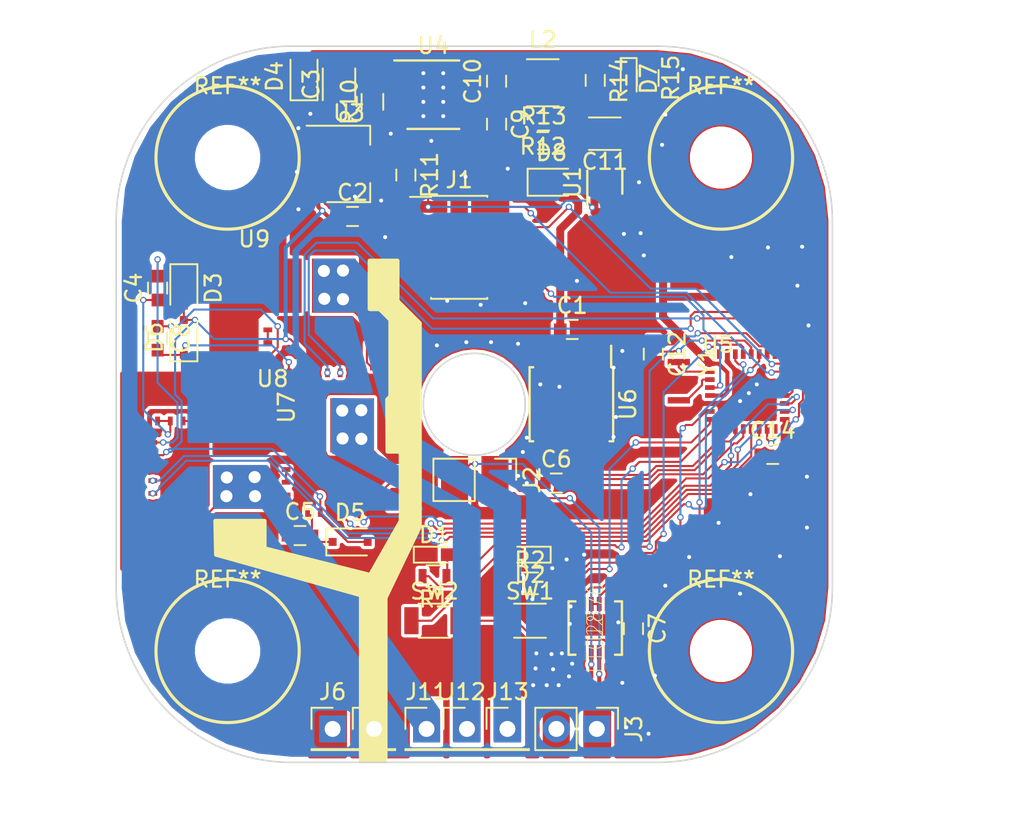
<source format=kicad_pcb>
(kicad_pcb (version 4) (host pcbnew 4.0.6)
  (layers (0 F.Cu signal) (31 B.Cu signal) (34 B.Paste user hide) (35 F.Paste user hide) (36 B.SilkS user) (37 F.SilkS user) (38 B.Mask user) (39 F.Mask user) (44 Edge.Cuts user))
  (net 0 "")
  (net 1 +3V3)
  (net 2 Earth)
  (net 3 O1)
  (net 4 O2)
  (net 5 O3)
  (net 6 NRST)
  (net 7 SWDCLK)
  (net 8 SWDIO)
  (net 9 MOSI)
  (net 10 MISO)
  (net 11 SCK)
  (net 12 CS)
  (net 13 RS-B)
  (net 14 RS-A)
  (net 15 DE)
  (net 16 TX)
  (net 17 RX)
  (net 18 "Net-(C9-Pad1)")
  (net 19 "Net-(C10-Pad2)")
  (net 20 "Net-(C10-Pad1)")
  (net 21 "Net-(R10-Pad1)")
  (net 22 "Net-(R12-Pad2)")
  (net 23 "Net-(D1-Pad2)")
  (net 24 "Net-(D2-Pad2)")
  (net 25 +BATT)
  (net 26 "Net-(R1-Pad2)")
  (net 27 "Net-(R2-Pad2)")
  (net 28 "Net-(SW1-Pad2)")
  (net 29 "Net-(SW2-Pad1)")
  (net 30 "Net-(U5-Pad2)")
  (net 31 "Net-(U5-Pad3)")
  (net 32 "Net-(D7-Pad1)")
  (net 33 "Net-(D7-Pad2)")
  (net 34 "Net-(C11-Pad1)")
  (net 35 5V)
  (net 36 12V)
  (net 37 "Net-(C3-Pad1)")
  (net 38 "Net-(C4-Pad2)")
  (net 39 "Net-(C4-Pad1)")
  (net 40 "Net-(C5-Pad2)")
  (net 41 "Net-(C5-Pad1)")
  (net 42 "Net-(C6-Pad1)")
  (net 43 "Net-(C8-Pad2)")
  (net 44 "Net-(C8-Pad1)")
  (net 45 "Net-(J11-Pad1)")
  (net 46 "Net-(J12-Pad1)")
  (net 47 "Net-(J13-Pad1)")
  (net 48 LIN1)
  (net 49 LIN2)
  (net 50 LIN3)
  (net 51 HIN1)
  (net 52 HIN2)
  (net 53 HIN3)
  (net 54 "Net-(U7-Pad7)")
  (net 55 "Net-(U7-Pad24)")
  (net 56 "Net-(U8-Pad7)")
  (net 57 "Net-(U8-Pad24)")
  (net 58 "Net-(U9-Pad7)")
  (net 59 "Net-(U9-Pad24)")
  (module Dizzy:VIA-0.4 (layer F.Cu) (at 68.9 67.6)
    (fp_text reference REF** hide)
    (fp_text value VIA-0.4 hide)
    (pad 1 thru_hole circle (at -0.1 0) (size 0.4 0.4) (drill 0.25) (layers *.Cu) (net 2 Earth))
  )
  (module Dizzy:VIA-0.4 (layer F.Cu) (at 68.9 70.45)
    (fp_text reference REF** hide)
    (fp_text value VIA-0.4 hide)
    (pad 1 thru_hole circle (at -0.1 0) (size 0.4 0.4) (drill 0.25) (layers *.Cu) (net 2 Earth))
  )
  (module Dizzy:VIA-0.4 (layer F.Cu) (at 70.55 82.15)
    (fp_text reference REF** hide)
    (fp_text value VIA-0.4 hide)
    (pad 1 thru_hole circle (at -0.1 0) (size 0.4 0.4) (drill 0.25) (layers *.Cu) (net 2 Earth))
  )
  (module Dizzy:VIA-0.4 (layer F.Cu) (at 69.45 82.1)
    (fp_text reference REF** hide)
    (fp_text value VIA-0.4 hide)
    (pad 1 thru_hole circle (at -0.1 0) (size 0.4 0.4) (drill 0.25) (layers *.Cu) (net 2 Earth))
  )
  (module Dizzy:VIA-0.4 (layer F.Cu) (at 69.3 83.15)
    (fp_text reference REF** hide)
    (fp_text value VIA-0.4 hide)
    (pad 1 thru_hole circle (at -0.1 0) (size 0.4 0.4) (drill 0.25) (layers *.Cu) (net 2 Earth))
  )
  (module Dizzy:VIA-0.4 (layer F.Cu) (at 70.15 83.15)
    (fp_text reference REF** hide)
    (fp_text value VIA-0.4 hide)
    (pad 1 thru_hole circle (at -0.1 0) (size 0.4 0.4) (drill 0.25) (layers *.Cu) (net 2 Earth))
  )
  (module Dizzy:VIA-0.4 (layer F.Cu) (at 70.9 83.15)
    (fp_text reference REF** hide)
    (fp_text value VIA-0.4 hide)
    (pad 1 thru_hole circle (at -0.1 0) (size 0.4 0.4) (drill 0.25) (layers *.Cu) (net 2 Earth))
  )
  (module Dizzy:VIA-0.4 (layer F.Cu) (at 71.55 82.6)
    (fp_text reference REF** hide)
    (fp_text value VIA-0.4 hide)
    (pad 1 thru_hole circle (at -0.1 0) (size 0.4 0.4) (drill 0.25) (layers *.Cu) (net 2 Earth))
  )
  (module Dizzy:VIA-0.4 (layer F.Cu) (at 71.75 81.8)
    (fp_text reference REF** hide)
    (fp_text value VIA-0.4 hide)
    (pad 1 thru_hole circle (at -0.1 0) (size 0.4 0.4) (drill 0.25) (layers *.Cu) (net 2 Earth))
  )
  (module Dizzy:VIA-0.4 (layer F.Cu) (at 71.1 81.15)
    (fp_text reference REF** hide)
    (fp_text value VIA-0.4 hide)
    (pad 1 thru_hole circle (at -0.1 0) (size 0.4 0.4) (drill 0.25) (layers *.Cu) (net 2 Earth))
  )
  (module Dizzy:VIA-0.4 (layer F.Cu) (at 70.45 81.2)
    (fp_text reference REF** hide)
    (fp_text value VIA-0.4 hide)
    (pad 1 thru_hole circle (at -0.1 0) (size 0.4 0.4) (drill 0.25) (layers *.Cu) (net 2 Earth))
  )
  (module Dizzy:VIA-0.4 (layer F.Cu) (at 69.5 81.15)
    (fp_text reference REF** hide)
    (fp_text value VIA-0.4 hide)
    (pad 1 thru_hole circle (at -0.1 0) (size 0.4 0.4) (drill 0.25) (layers *.Cu) (net 2 Earth))
  )
  (module Dizzy:VIA-0.4 (layer F.Cu) (at 83.35 64.25)
    (fp_text reference REF** hide)
    (fp_text value VIA-0.4 hide)
    (pad 1 thru_hole circle (at -0.1 0) (size 0.4 0.4) (drill 0.25) (layers *.Cu) (net 2 Earth))
  )
  (module Dizzy:VIA-0.4 (layer F.Cu) (at 82.85 64.8)
    (fp_text reference REF** hide)
    (fp_text value VIA-0.4 hide)
    (pad 1 thru_hole circle (at -0.1 0) (size 0.4 0.4) (drill 0.25) (layers *.Cu) (net 2 Earth))
  )
  (module Dizzy:VIA-0.4 (layer F.Cu) (at 82.3 65.3)
    (fp_text reference REF** hide)
    (fp_text value VIA-0.4 hide)
    (pad 1 thru_hole circle (at -0.1 0) (size 0.4 0.4) (drill 0.25) (layers *.Cu) (net 2 Earth))
  )
  (module Dizzy:VIA-0.4 (layer F.Cu) (at 74.35 67.55)
    (fp_text reference REF** hide)
    (fp_text value VIA-0.4 hide)
    (pad 1 thru_hole circle (at -0.1 0) (size 0.4 0.4) (drill 0.25) (layers *.Cu) (net 2 Earth))
  )
  (module Dizzy:VIA-0.4 (layer F.Cu) (at 74.5 66.3)
    (fp_text reference REF** hide)
    (fp_text value VIA-0.4 hide)
    (pad 1 thru_hole circle (at -0.1 0) (size 0.4 0.4) (drill 0.25) (layers *.Cu) (net 2 Earth))
  )
  (module Dizzy:VIA-0.4 (layer F.Cu) (at 75.35 65.25)
    (fp_text reference REF** hide)
    (fp_text value VIA-0.4 hide)
    (pad 1 thru_hole circle (at -0.1 0) (size 0.4 0.4) (drill 0.25) (layers *.Cu) (net 2 Earth))
  )
  (module Dizzy:VIA-0.4 (layer F.Cu) (at 74.35 63.2)
    (fp_text reference REF** hide)
    (fp_text value VIA-0.4 hide)
    (pad 1 thru_hole circle (at -0.1 0) (size 0.4 0.4) (drill 0.25) (layers *.Cu) (net 2 Earth))
  )
  (module Dizzy:VIA-0.4 (layer F.Cu) (at 74.9 62.15)
    (fp_text reference REF** hide)
    (fp_text value VIA-0.4 hide)
    (pad 1 thru_hole circle (at -0.1 0) (size 0.4 0.4) (drill 0.25) (layers *.Cu) (net 2 Earth))
  )
  (module Dizzy:VIA-0.4 (layer F.Cu) (at 78.7 44.45)
    (fp_text reference REF** hide)
    (fp_text value VIA-0.4 hide)
    (pad 1 thru_hole circle (at -0.1 0) (size 0.4 0.4) (drill 0.25) (layers *.Cu) (net 2 Earth))
  )
  (module Dizzy:VIA-0.4 (layer F.Cu) (at 77.6 47.3)
    (fp_text reference REF** hide)
    (fp_text value VIA-0.4 hide)
    (pad 1 thru_hole circle (at -0.1 0) (size 0.4 0.4) (drill 0.25) (layers *.Cu) (net 2 Earth))
  )
  (module Dizzy:VIA-0.4 (layer F.Cu) (at 77.4 49.2)
    (fp_text reference REF** hide)
    (fp_text value VIA-0.4 hide)
    (pad 1 thru_hole circle (at -0.1 0) (size 0.4 0.4) (drill 0.25) (layers *.Cu) (net 2 Earth))
  )
  (module Dizzy:VIA-0.4 (layer F.Cu) (at 75.95 51.55)
    (fp_text reference REF** hide)
    (fp_text value VIA-0.4 hide)
    (pad 1 thru_hole circle (at -0.1 0) (size 0.4 0.4) (drill 0.25) (layers *.Cu) (net 2 Earth))
  )
  (module Dizzy:VIA-0.4 (layer F.Cu) (at 67.7 50.7)
    (fp_text reference REF** hide)
    (fp_text value VIA-0.4 hide)
    (pad 1 thru_hole circle (at -0.1 0) (size 0.4 0.4) (drill 0.25) (layers *.Cu) (net 2 Earth))
  )
  (module Dizzy:VIA-0.4 (layer F.Cu) (at 65.05 51.2)
    (fp_text reference REF** hide)
    (fp_text value VIA-0.4 hide)
    (pad 1 thru_hole circle (at -0.1 0) (size 0.4 0.4) (drill 0.25) (layers *.Cu) (net 2 Earth))
  )
  (module Dizzy:VIA-0.4 (layer F.Cu) (at 62.9 48.95)
    (fp_text reference REF** hide)
    (fp_text value VIA-0.4 hide)
    (pad 1 thru_hole circle (at -0.1 0) (size 0.4 0.4) (drill 0.25) (layers *.Cu) (net 2 Earth))
  )
  (module Dizzy:VIA-0.4 (layer F.Cu) (at 60.35 48.5)
    (fp_text reference REF** hide)
    (fp_text value VIA-0.4 hide)
    (pad 1 thru_hole circle (at -0.1 0) (size 0.4 0.4) (drill 0.25) (layers *.Cu) (net 2 Earth))
  )
  (module Dizzy:VIA-0.4 (layer F.Cu) (at 55.3 47.25)
    (fp_text reference REF** hide)
    (fp_text value VIA-0.4 hide)
    (pad 1 thru_hole circle (at -0.1 0) (size 0.4 0.4) (drill 0.25) (layers *.Cu) (net 2 Earth))
  )
  (module Dizzy:VIA-0.4 (layer F.Cu) (at 54.55 48.15)
    (fp_text reference REF** hide)
    (fp_text value VIA-0.4 hide)
    (pad 1 thru_hole circle (at -0.1 0) (size 0.4 0.4) (drill 0.25) (layers *.Cu) (net 2 Earth))
  )
  (module Dizzy:VIA-0.4 (layer F.Cu) (at 54.45 50.9)
    (fp_text reference REF** hide)
    (fp_text value VIA-0.4 hide)
    (pad 1 thru_hole circle (at -0.1 0) (size 0.4 0.4) (drill 0.25) (layers *.Cu) (net 2 Earth))
  )
  (module Dizzy:VIA-0.4 (layer F.Cu) (at 54.55 53.25)
    (fp_text reference REF** hide)
    (fp_text value VIA-0.4 hide)
    (pad 1 thru_hole circle (at -0.1 0) (size 0.4 0.4) (drill 0.25) (layers *.Cu) (net 2 Earth))
  )
  (module Dizzy:VIA-0.4 (layer F.Cu) (at 58.1 52.45)
    (fp_text reference REF** hide)
    (fp_text value VIA-0.4 hide)
    (pad 1 thru_hole circle (at -0.1 0) (size 0.4 0.4) (drill 0.25) (layers *.Cu) (net 2 Earth))
  )
  (module Dizzy:VIA-0.4 (layer F.Cu) (at 59.75 52.7)
    (fp_text reference REF** hide)
    (fp_text value VIA-0.4 hide)
    (pad 1 thru_hole circle (at -0.1 0) (size 0.4 0.4) (drill 0.25) (layers *.Cu) (net 2 Earth))
  )
  (module Dizzy:VIA-0.4 (layer F.Cu) (at 60 55)
    (fp_text reference REF** hide)
    (fp_text value VIA-0.4 hide)
    (pad 1 thru_hole circle (at -0.1 0) (size 0.4 0.4) (drill 0.25) (layers *.Cu) (net 2 Earth))
  )
  (module Dizzy:VIA-0.4 (layer F.Cu) (at 76.55 86.2)
    (fp_text reference REF** hide)
    (fp_text value VIA-0.4 hide)
    (pad 1 thru_hole circle (at -0.1 0) (size 0.4 0.4) (drill 0.25) (layers *.Cu) (net 2 Earth))
  )
  (module Dizzy:VIA-0.4 (layer F.Cu) (at 75.15 85.8)
    (fp_text reference REF** hide)
    (fp_text value VIA-0.4 hide)
    (pad 1 thru_hole circle (at -0.1 0) (size 0.4 0.4) (drill 0.25) (layers *.Cu) (net 2 Earth))
  )
  (module Dizzy:VIA-0.4 (layer F.Cu) (at 74.9 83)
    (fp_text reference REF** hide)
    (fp_text value VIA-0.4 hide)
    (pad 1 thru_hole circle (at -0.1 0) (size 0.4 0.4) (drill 0.25) (layers *.Cu) (net 2 Earth))
  )
  (module Dizzy:VIA-0.4 (layer F.Cu) (at 76.95 82.55)
    (fp_text reference REF** hide)
    (fp_text value VIA-0.4 hide)
    (pad 1 thru_hole circle (at -0.1 0) (size 0.4 0.4) (drill 0.25) (layers *.Cu) (net 2 Earth))
  )
  (module Dizzy:VIA-0.4 (layer F.Cu) (at 82.3 77.4)
    (fp_text reference REF** hide)
    (fp_text value VIA-0.4 hide)
    (pad 1 thru_hole circle (at -0.1 0) (size 0.4 0.4) (drill 0.25) (layers *.Cu) (net 2 Earth))
  )
  (module Dizzy:VIA-0.4 (layer F.Cu) (at 84.8 75.05)
    (fp_text reference REF** hide)
    (fp_text value VIA-0.4 hide)
    (pad 1 thru_hole circle (at -0.1 0) (size 0.4 0.4) (drill 0.25) (layers *.Cu) (net 2 Earth))
  )
  (module Dizzy:VIA-0.4 (layer F.Cu) (at 86.5 73.25)
    (fp_text reference REF** hide)
    (fp_text value VIA-0.4 hide)
    (pad 1 thru_hole circle (at -0.1 0) (size 0.4 0.4) (drill 0.25) (layers *.Cu) (net 2 Earth))
  )
  (module Dizzy:VIA-0.4 (layer F.Cu) (at 86.5 70.05)
    (fp_text reference REF** hide)
    (fp_text value VIA-0.4 hide)
    (pad 1 thru_hole circle (at -0.1 0) (size 0.4 0.4) (drill 0.25) (layers *.Cu) (net 2 Earth))
  )
  (module Dizzy:VIA-0.4 (layer F.Cu) (at 82.95 71.15)
    (fp_text reference REF** hide)
    (fp_text value VIA-0.4 hide)
    (pad 1 thru_hole circle (at -0.1 0) (size 0.4 0.4) (drill 0.25) (layers *.Cu) (net 2 Earth))
  )
  (module Dizzy:VIA-0.4 (layer F.Cu) (at 80.95 72.95)
    (fp_text reference REF** hide)
    (fp_text value VIA-0.4 hide)
    (pad 1 thru_hole circle (at -0.1 0) (size 0.4 0.4) (drill 0.25) (layers *.Cu) (net 2 Earth))
  )
  (module Dizzy:VIA-0.4 (layer F.Cu) (at 79.1 75.1)
    (fp_text reference REF** hide)
    (fp_text value VIA-0.4 hide)
    (pad 1 thru_hole circle (at -0.1 0) (size 0.4 0.4) (drill 0.25) (layers *.Cu) (net 2 Earth))
  )
  (module Dizzy:VIA-0.4 (layer F.Cu) (at 77.6 76.9)
    (fp_text reference REF** hide)
    (fp_text value VIA-0.4 hide)
    (pad 1 thru_hole circle (at -0.1 0) (size 0.4 0.4) (drill 0.25) (layers *.Cu) (net 2 Earth))
  )
  (module Dizzy:VIA-0.4 (layer F.Cu) (at 74.65 79.2)
    (fp_text reference REF** hide)
    (fp_text value VIA-0.4 hide)
    (pad 1 thru_hole circle (at -0.1 0) (size 0.4 0.4) (drill 0.25) (layers *.Cu) (net 2 Earth))
  )
  (module Dizzy:VIA-0.4 (layer F.Cu) (at 71.6 79.3)
    (fp_text reference REF** hide)
    (fp_text value VIA-0.4 hide)
    (pad 1 thru_hole circle (at -0.1 0) (size 0.4 0.4) (drill 0.25) (layers *.Cu) (net 2 Earth))
  )
  (module Dizzy:VIA-0.4 (layer F.Cu) (at 71.65 78.2)
    (fp_text reference REF** hide)
    (fp_text value VIA-0.4 hide)
    (pad 1 thru_hole circle (at -0.1 0) (size 0.4 0.4) (drill 0.25) (layers *.Cu) (net 2 Earth))
  )
  (module Dizzy:VIA-0.4 (layer F.Cu) (at 69.25 77.75)
    (fp_text reference REF** hide)
    (fp_text value VIA-0.4 hide)
    (pad 1 thru_hole circle (at -0.1 0) (size 0.4 0.4) (drill 0.25) (layers *.Cu) (net 2 Earth))
  )
  (module Dizzy:VIA-0.4 (layer F.Cu) (at 70.5 75.8)
    (fp_text reference REF** hide)
    (fp_text value VIA-0.4 hide)
    (pad 1 thru_hole circle (at -0.1 0) (size 0.4 0.4) (drill 0.25) (layers *.Cu) (net 2 Earth))
  )
  (module Dizzy:VIA-0.4 (layer F.Cu) (at 72.5 74.95)
    (fp_text reference REF** hide)
    (fp_text value VIA-0.4 hide)
    (pad 1 thru_hole circle (at -0.1 0) (size 0.4 0.4) (drill 0.25) (layers *.Cu) (net 2 Earth))
  )
  (module Dizzy:VIA-0.4 (layer F.Cu) (at 71.4 75.25)
    (fp_text reference REF** hide)
    (fp_text value VIA-0.4 hide)
    (pad 1 thru_hole circle (at -0.1 0) (size 0.4 0.4) (drill 0.25) (layers *.Cu) (net 2 Earth))
  )
  (module Dizzy:VIA-0.4 (layer F.Cu) (at 68.35 70)
    (fp_text reference REF** hide)
    (fp_text value VIA-0.4 hide)
    (pad 1 thru_hole circle (at -0.1 0) (size 0.4 0.4) (drill 0.25) (layers *.Cu) (net 2 Earth))
  )
  (module Dizzy:VIA-0.4 (layer F.Cu) (at 68.65 68.5)
    (fp_text reference REF** hide)
    (fp_text value VIA-0.4 hide)
    (pad 1 thru_hole circle (at -0.1 0) (size 0.4 0.4) (drill 0.25) (layers *.Cu) (net 2 Earth))
  )
  (module Dizzy:VIA-0.4 (layer F.Cu) (at 70.95 64.4)
    (fp_text reference REF** hide)
    (fp_text value VIA-0.4 hide)
    (pad 1 thru_hole circle (at -0.1 0) (size 0.4 0.4) (drill 0.25) (layers *.Cu) (net 2 Earth))
  )
  (module Dizzy:VIA-0.4 (layer F.Cu) (at 69.75 64.25)
    (fp_text reference REF** hide)
    (fp_text value VIA-0.4 hide)
    (pad 1 thru_hole circle (at -0.1 0) (size 0.4 0.4) (drill 0.25) (layers *.Cu) (net 2 Earth))
  )
  (module Dizzy:VIA-0.4 (layer F.Cu) (at 68.35 61.7)
    (fp_text reference REF** hide)
    (fp_text value VIA-0.4 hide)
    (pad 1 thru_hole circle (at -0.1 0) (size 0.4 0.4) (drill 0.25) (layers *.Cu) (net 2 Earth))
  )
  (module Dizzy:VIA-0.4 (layer F.Cu) (at 66.65 61.6)
    (fp_text reference REF** hide)
    (fp_text value VIA-0.4 hide)
    (pad 1 thru_hole circle (at -0.1 0) (size 0.4 0.4) (drill 0.25) (layers *.Cu) (net 2 Earth))
  )
  (module Dizzy:VIA-0.4 (layer F.Cu) (at 65.1 61.6)
    (fp_text reference REF** hide)
    (fp_text value VIA-0.4 hide)
    (pad 1 thru_hole circle (at -0.1 0) (size 0.4 0.4) (drill 0.25) (layers *.Cu) (net 2 Earth))
  )
  (module Dizzy:VIA-0.4 (layer F.Cu) (at 63.25 61.8)
    (fp_text reference REF** hide)
    (fp_text value VIA-0.4 hide)
    (pad 1 thru_hole circle (at -0.1 0) (size 0.4 0.4) (drill 0.25) (layers *.Cu) (net 2 Earth))
  )
  (module Dizzy:VIA-0.4 (layer F.Cu) (at 63.9 59)
    (fp_text reference REF** hide)
    (fp_text value VIA-0.4 hide)
    (pad 1 thru_hole circle (at -0.1 0) (size 0.4 0.4) (drill 0.25) (layers *.Cu) (net 2 Earth))
  )
  (module Dizzy:VIA-0.4 (layer F.Cu) (at 66 59.25)
    (fp_text reference REF** hide)
    (fp_text value VIA-0.4 hide)
    (pad 1 thru_hole circle (at -0.1 0) (size 0.4 0.4) (drill 0.25) (layers *.Cu) (net 2 Earth))
  )
  (module Dizzy:VIA-0.4 (layer F.Cu) (at 68.8 59.15)
    (fp_text reference REF** hide)
    (fp_text value VIA-0.4 hide)
    (pad 1 thru_hole circle (at -0.1 0) (size 0.4 0.4) (drill 0.25) (layers *.Cu) (net 2 Earth))
  )
  (module Dizzy:VIA-0.4 (layer F.Cu) (at 72.05 57.75)
    (fp_text reference REF** hide)
    (fp_text value VIA-0.4 hide)
    (pad 1 thru_hole circle (at -0.1 0) (size 0.4 0.4) (drill 0.25) (layers *.Cu) (net 2 Earth))
  )
  (module Dizzy:VIA-0.4 (layer F.Cu) (at 86.6 60.55)
    (fp_text reference REF** hide)
    (fp_text value VIA-0.4 hide)
    (pad 1 thru_hole circle (at -0.1 0) (size 0.4 0.4) (drill 0.25) (layers *.Cu) (net 2 Earth))
  )
  (module Dizzy:VIA-0.4 (layer F.Cu) (at 76.25 56.15)
    (fp_text reference REF** hide)
    (fp_text value VIA-0.4 hide)
    (pad 1 thru_hole circle (at -0.1 0) (size 0.4 0.4) (drill 0.25) (layers *.Cu) (net 2 Earth))
  )
  (module Dizzy:VIA-0.4 (layer F.Cu) (at 76.05 54.75)
    (fp_text reference REF** hide)
    (fp_text value VIA-0.4 hide)
    (pad 1 thru_hole circle (at -0.1 0) (size 0.4 0.4) (drill 0.25) (layers *.Cu) (net 2 Earth))
  )
  (module Dizzy:VIA-0.4 (layer F.Cu) (at 75 54.8)
    (fp_text reference REF** hide)
    (fp_text value VIA-0.4 hide)
    (pad 1 thru_hole circle (at -0.1 0) (size 0.4 0.4) (drill 0.25) (layers *.Cu) (net 2 Earth))
  )
  (module Dizzy:VIA-0.4 (layer F.Cu) (at 86.2 55.6)
    (fp_text reference REF** hide)
    (fp_text value VIA-0.4 hide)
    (pad 1 thru_hole circle (at -0.1 0) (size 0.4 0.4) (drill 0.25) (layers *.Cu) (net 2 Earth))
  )
  (module Dizzy:VIA-0.4 (layer F.Cu) (at 85.9 58.05)
    (fp_text reference REF** hide)
    (fp_text value VIA-0.4 hide)
    (pad 1 thru_hole circle (at -0.1 0) (size 0.4 0.4) (drill 0.25) (layers *.Cu) (net 2 Earth))
  )
  (module Dizzy:VIA-0.4 (layer F.Cu) (at 84.05 55.65)
    (fp_text reference REF** hide)
    (fp_text value VIA-0.4 hide)
    (pad 1 thru_hole circle (at -0.1 0) (size 0.4 0.4) (drill 0.25) (layers *.Cu) (net 2 Earth))
  )
  (module Dizzy:Oscillator (layer F.Cu) (at 80.65 62.85 270)
    (fp_text reference Y1 (at 0 0.5 270) (layer F.SilkS))
    (fp_text value 8MhZ)
    (pad 1 smd rect (at 0 2.3 270) (size 0.4 1.4) (layers F.Cu F.Paste F.Mask) (net 30 "Net-(U5-Pad2)"))
    (pad 2 smd rect (at 1.2 2.3 270) (size 0.4 1.4) (layers F.Cu F.Paste F.Mask) (net 2 Earth))
    (pad 3 smd rect (at 2.4 2.3 270) (size 0.4 1.4) (layers F.Cu F.Paste F.Mask) (net 31 "Net-(U5-Pad3)"))
  )
  (module Mounting_Holes:MountingHole_3.5mm (layer F.Cu) (at 50 81)
    (fp_text reference REF** (at 0 -4.5) (layer F.SilkS))
    (fp_text value MountingHole_3.5mm)
    (pad 1 np_thru_hole circle (at 0 0) (size 3.5 3.5) (drill 3.5) (layers *.Cu *.Mask))
  )
  (module Mounting_Holes:MountingHole_3.5mm (layer F.Cu) (at 81 81)
    (fp_text reference REF** (at 0 -4.5) (layer F.SilkS))
    (fp_text value MountingHole_3.5mm)
    (pad 1 np_thru_hole circle (at 0 0) (size 3.5 3.5) (drill 3.5) (layers *.Cu *.Mask))
  )
  (module Mounting_Holes:MountingHole_3.5mm (layer F.Cu) (at 81 50)
    (fp_text reference REF** (at 0 -4.5) (layer F.SilkS))
    (fp_text value MountingHole_3.5mm)
    (pad 1 np_thru_hole circle (at 0 0) (size 3.5 3.5) (drill 3.5) (layers *.Cu *.Mask))
  )
  (module TO_SOT_Packages_SMD:SOT-89-3 (layer F.Cu) (at 57.18 50.4)
    (fp_text reference U3 (at 0.45 -3.2) (layer F.SilkS))
    (fp_text value ZXTR2012Z)
    (pad 2 smd trapezoid (at 2.667 0 270) (size 1.6 0.85) (rect_delta 0 0.6) (layers F.Cu F.Paste F.Mask) (net 37 "Net-(C3-Pad1)"))
    (pad 1 smd rect (at -1.48 -1.5 270) (size 1 1.5) (layers F.Cu F.Paste F.Mask) (net 2 Earth))
    (pad 2 smd rect (at -1.3335 0 270) (size 1 1.8) (layers F.Cu F.Paste F.Mask) (net 37 "Net-(C3-Pad1)"))
    (pad 3 smd rect (at -1.48 1.5 270) (size 1 1.5) (layers F.Cu F.Paste F.Mask) (net 36 12V))
    (pad 2 smd rect (at 1.3335 0 270) (size 2.2 1.84) (layers F.Cu F.Paste F.Mask) (net 37 "Net-(C3-Pad1)"))
    (pad 2 smd trapezoid (at -0.0762 0 90) (size 1.5 1) (rect_delta 0 0.7) (layers F.Cu F.Paste F.Mask) (net 37 "Net-(C3-Pad1)"))
  )
  (module Capacitors_SMD:C_0603 (layer F.Cu) (at 66.9 47.9 270)
    (fp_text reference C9 (at 0 -1.5 270) (layer F.SilkS))
    (fp_text value 1uF)
    (pad 2 smd rect (at 0.75 0 270) (size 0.8 0.75) (layers F.Cu F.Paste F.Mask) (net 2 Earth))
    (pad 1 smd rect (at -0.75 0 270) (size 0.8 0.75) (layers F.Cu F.Paste F.Mask) (net 18 "Net-(C9-Pad1)"))
  )
  (module Capacitors_SMD:C_0603 (layer F.Cu) (at 45.6 58.2 90)
    (fp_text reference C4 (at 0 -1.5 90) (layer F.SilkS))
    (fp_text value 1uF)
    (pad 2 smd rect (at 0.75 0 90) (size 0.8 0.75) (layers F.Cu F.Paste F.Mask) (net 38 "Net-(C4-Pad2)"))
    (pad 1 smd rect (at -0.75 0 90) (size 0.8 0.75) (layers F.Cu F.Paste F.Mask) (net 39 "Net-(C4-Pad1)"))
  )
  (module Capacitors_SMD:C_0603 (layer F.Cu) (at 54.55 73.75)
    (fp_text reference C5 (at 0 -1.5) (layer F.SilkS))
    (fp_text value 1uF)
    (pad 2 smd rect (at 0.75 0) (size 0.8 0.75) (layers F.Cu F.Paste F.Mask) (net 40 "Net-(C5-Pad2)"))
    (pad 1 smd rect (at -0.75 0) (size 0.8 0.75) (layers F.Cu F.Paste F.Mask) (net 41 "Net-(C5-Pad1)"))
  )
  (module Capacitors_SMD:C_0603 (layer F.Cu) (at 70.65 70.45)
    (fp_text reference C6 (at 0 -1.5) (layer F.SilkS))
    (fp_text value 0.1uF)
    (pad 2 smd rect (at 0.75 0) (size 0.8 0.75) (layers F.Cu F.Paste F.Mask) (net 2 Earth))
    (pad 1 smd rect (at -0.75 0) (size 0.8 0.75) (layers F.Cu F.Paste F.Mask) (net 42 "Net-(C6-Pad1)"))
  )
  (module Capacitors_SMD:C_0603 (layer F.Cu) (at 75.5 79.6 270)
    (fp_text reference C7 (at 0 -1.5 270) (layer F.SilkS))
    (fp_text value 0.1uF)
    (pad 2 smd rect (at 0.75 0 270) (size 0.8 0.75) (layers F.Cu F.Paste F.Mask) (net 1 +3V3))
    (pad 1 smd rect (at -0.75 0 270) (size 0.8 0.75) (layers F.Cu F.Paste F.Mask) (net 2 Earth))
  )
  (module LEDs:LED_0603 (layer F.Cu) (at 69 74.95 180)
    (fp_text reference D2 (at 0 -1.25 180) (layer F.SilkS))
    (fp_text value LED_Small)
    (pad 2 smd rect (at 0.8 0) (size 0.8 0.8) (layers F.Cu F.Paste F.Mask) (net 24 "Net-(D2-Pad2)"))
    (pad 1 smd rect (at -0.8 0) (size 0.8 0.8) (layers F.Cu F.Paste F.Mask) (net 2 Earth))
  )
  (module Diodes_SMD:D_SOD-323F (layer F.Cu) (at 54.8 44.9 90)
    (fp_text reference D4 (at 0 -1.85 90) (layer F.SilkS))
    (fp_text value D)
    (pad 1 smd rect (at -1.1 0 90) (size 0.5 0.5) (layers F.Cu F.Paste F.Mask) (net 37 "Net-(C3-Pad1)"))
    (pad 2 smd rect (at 1.1 0 90) (size 0.5 0.5) (layers F.Cu F.Paste F.Mask) (net 25 +BATT))
  )
  (module Pin_Headers:Pin_Header_Straight_1x02_Pitch2.54mm (layer F.Cu) (at 73.2 85.9 270)
    (fp_text reference J3 (at 0 -2.33 270) (layer F.SilkS))
    (fp_text value RS485)
    (pad 1 thru_hole rect (at 0 0 270) (size 1.7 1.7) (drill 1) (layers *.Cu *.Mask) (net 13 RS-B))
    (pad 2 thru_hole oval (at 0 2.54 270) (size 1.7 1.7) (drill 1) (layers *.Cu *.Mask) (net 14 RS-A))
  )
  (module Pin_Headers:Pin_Header_Straight_1x01_Pitch2.54mm (layer F.Cu) (at 56.6 85.9)
    (fp_text reference J6 (at 0 -2.33) (layer F.SilkS))
    (fp_text value +BAT)
    (pad 1 thru_hole rect (at 0 0) (size 1.7 1.7) (drill 1) (layers *.Cu *.Mask) (net 25 +BATT))
  )
  (module Pin_Headers:Pin_Header_Straight_1x01_Pitch2.54mm (layer F.Cu) (at 59.2 85.9)
    (fp_text reference J9 (at 0 -2.33) (layer F.SilkS))
    (fp_text value GND)
    (pad 1 thru_hole rect (at 0 0) (size 1.7 1.7) (drill 1) (layers *.Cu *.Mask) (net 2 Earth))
  )
  (module Pin_Headers:Pin_Header_Straight_1x01_Pitch2.54mm (layer F.Cu) (at 62.5 85.9)
    (fp_text reference J11 (at 0 -2.33) (layer F.SilkS))
    (fp_text value V)
    (pad 1 thru_hole rect (at 0 0) (size 1.7 1.7) (drill 1) (layers *.Cu *.Mask) (net 45 "Net-(J11-Pad1)"))
  )
  (module Pin_Headers:Pin_Header_Straight_1x01_Pitch2.54mm (layer F.Cu) (at 64.9 85.9)
    (fp_text reference J12 (at 0 -2.33) (layer F.SilkS))
    (fp_text value U)
    (pad 1 thru_hole rect (at 0.14 0) (size 1.7 1.7) (drill 1) (layers *.Cu *.Mask) (net 46 "Net-(J12-Pad1)"))
  )
  (module Pin_Headers:Pin_Header_Straight_1x01_Pitch2.54mm (layer F.Cu) (at 67.6 85.9)
    (fp_text reference J13 (at 0 -2.33) (layer F.SilkS))
    (fp_text value W)
    (pad 1 thru_hole rect (at -0.02 0) (size 1.7 1.7) (drill 1) (layers *.Cu *.Mask) (net 47 "Net-(J13-Pad1)"))
  )
  (module Resistors_SMD:R_0603 (layer F.Cu) (at 63 76.3 180)
    (fp_text reference R1 (at 0 -1.45 180) (layer F.SilkS))
    (fp_text value 390)
    (pad 1 smd rect (at -0.75 0 180) (size 0.5 0.9) (layers F.Cu F.Paste F.Mask) (net 23 "Net-(D1-Pad2)"))
    (pad 2 smd rect (at 0.75 0 180) (size 0.5 0.9) (layers F.Cu F.Paste F.Mask) (net 26 "Net-(R1-Pad2)"))
  )
  (module Resistors_SMD:R_0603 (layer F.Cu) (at 69 76.75)
    (fp_text reference R2 (at 0 -1.45) (layer F.SilkS))
    (fp_text value 390)
    (pad 1 smd rect (at -0.75 0) (size 0.5 0.9) (layers F.Cu F.Paste F.Mask) (net 24 "Net-(D2-Pad2)"))
    (pad 2 smd rect (at 0.75 0) (size 0.5 0.9) (layers F.Cu F.Paste F.Mask) (net 27 "Net-(R2-Pad2)"))
  )
  (module Dizzy:LTC2876 (layer F.Cu) (at 73.1 79.5613 270)
    (fp_text reference U2 (at 0 0 270) (layer F.SilkS) (effects (font (size 1 0.9) (thickness 0.05))))
    (fp_text value LTC2876 (at 0 0 270) (layer F.SilkS) (effects (font (size 1 0.9) (thickness 0.05))))
    (pad 1 smd rect (at -1.5113 -0.75 270) (size 0.889 0.3048) (layers F.Cu F.Paste F.Mask) (net 17 RX))
    (pad 2 smd rect (at -1.5113 -0.25 270) (size 0.889 0.3048) (layers F.Cu F.Paste F.Mask) (net 15 DE))
    (pad 3 smd rect (at -1.5113 0.25 270) (size 0.889 0.3048) (layers F.Cu F.Paste F.Mask) (net 15 DE))
    (pad 4 smd rect (at -1.5113 0.75 270) (size 0.889 0.3048) (layers F.Cu F.Paste F.Mask) (net 16 TX))
    (pad 5 smd rect (at 1.5113 0.75 270) (size 0.889 0.3048) (layers F.Cu F.Paste F.Mask) (net 2 Earth))
    (pad 6 smd rect (at 1.5113 0.25 270) (size 0.889 0.3048) (layers F.Cu F.Paste F.Mask) (net 14 RS-A))
    (pad 7 smd rect (at 1.5113 -0.25 270) (size 0.889 0.3048) (layers F.Cu F.Paste F.Mask) (net 13 RS-B))
    (pad 8 smd rect (at 1.5113 -0.75 270) (size 0.889 0.3048) (layers F.Cu F.Paste F.Mask) (net 1 +3V3))
    (pad 9 smd rect (at 0 0.1 270) (size 0.6 2) (layers F.Cu F.Paste F.Mask) (net 2 Earth))
  )
  (module Capacitors_SMD:C_0603 (layer F.Cu) (at 66.9 45.2 90)
    (fp_text reference C10 (at 0 -1.5 90) (layer F.SilkS))
    (fp_text value 0.01uF)
    (pad 2 smd rect (at 0.75 0 90) (size 0.8 0.75) (layers F.Cu F.Paste F.Mask) (net 19 "Net-(C10-Pad2)"))
    (pad 1 smd rect (at -0.75 0 90) (size 0.8 0.75) (layers F.Cu F.Paste F.Mask) (net 20 "Net-(C10-Pad1)"))
  )
  (module Capacitors_SMD:C_1206 (layer F.Cu) (at 73.7 48.5 180)
    (fp_text reference C11 (at 0 -1.75 180) (layer F.SilkS))
    (fp_text value 4.7uF)
    (pad 1 smd rect (at -1.5 0 180) (size 1 1.6) (layers F.Cu F.Paste F.Mask) (net 34 "Net-(C11-Pad1)"))
    (pad 2 smd rect (at 1.5 0 180) (size 1 1.6) (layers F.Cu F.Paste F.Mask) (net 2 Earth))
  )
  (module Inductors_SMD:L_1210 (layer F.Cu) (at 69.8 45.3)
    (fp_text reference L2 (at 0 -2.7) (layer F.SilkS))
    (fp_text value 220uH)
    (pad 1 smd rect (at -1.45 0) (size 0.9 2.5) (layers F.Cu F.Paste F.Mask) (net 19 "Net-(C10-Pad2)"))
    (pad 2 smd rect (at 1.45 0) (size 0.9 2.5) (layers F.Cu F.Paste F.Mask) (net 33 "Net-(D7-Pad2)"))
  )
  (module Capacitors_SMD:C_0603 (layer F.Cu) (at 61.2 51.1 270)
    (fp_text reference R11 (at 0 -1.5 270) (layer F.SilkS))
    (fp_text value 10K)
    (pad 2 smd rect (at 0.75 0 270) (size 0.8 0.75) (layers F.Cu F.Paste F.Mask) (net 6 NRST))
    (pad 1 smd rect (at -0.75 0 270) (size 0.8 0.75) (layers F.Cu F.Paste F.Mask) (net 1 +3V3))
  )
  (module Capacitors_SMD:C_0603 (layer F.Cu) (at 69.8 47.8 180)
    (fp_text reference R12 (at 0 -1.5 180) (layer F.SilkS))
    (fp_text value "30k 1%")
    (pad 2 smd rect (at 0.75 0 180) (size 0.8 0.75) (layers F.Cu F.Paste F.Mask) (net 22 "Net-(R12-Pad2)"))
    (pad 1 smd rect (at -0.75 0 180) (size 0.8 0.75) (layers F.Cu F.Paste F.Mask) (net 33 "Net-(D7-Pad2)"))
  )
  (module Capacitors_SMD:C_0603 (layer F.Cu) (at 69.85 48.9)
    (fp_text reference R13 (at 0 -1.5) (layer F.SilkS))
    (fp_text value "10K 1%")
    (pad 2 smd rect (at 0.75 0) (size 0.8 0.75) (layers F.Cu F.Paste F.Mask) (net 2 Earth))
    (pad 1 smd rect (at -0.75 0) (size 0.8 0.75) (layers F.Cu F.Paste F.Mask) (net 22 "Net-(R12-Pad2)"))
  )
  (module Capacitors_SMD:C_0603 (layer F.Cu) (at 73.1 45.15 270)
    (fp_text reference R14 (at 0 -1.5 270) (layer F.SilkS))
    (fp_text value 1Ohm)
    (pad 2 smd rect (at 0.75 0 270) (size 0.8 0.75) (layers F.Cu F.Paste F.Mask) (net 34 "Net-(C11-Pad1)"))
    (pad 1 smd rect (at -0.75 0 270) (size 0.8 0.75) (layers F.Cu F.Paste F.Mask) (net 33 "Net-(D7-Pad2)"))
  )
  (module Housings_DFN_QFN:DFN-8-1EP_4x4mm_Pitch0.8mm (layer F.Cu) (at 62.925 46.05)
    (fp_text reference U4 (at 0 -3.075) (layer F.SilkS))
    (fp_text value LM5019)
    (pad 1 smd rect (at -2 -1.2) (size 0.75 0.35) (layers F.Cu F.Paste F.Mask) (net 2 Earth))
    (pad 2 smd rect (at -2 -0.4) (size 0.75 0.35) (layers F.Cu F.Paste F.Mask) (net 37 "Net-(C3-Pad1)"))
    (pad 3 smd rect (at -2 0.4) (size 0.75 0.35) (layers F.Cu F.Paste F.Mask) (net 37 "Net-(C3-Pad1)"))
    (pad 4 smd rect (at -2 1.2) (size 0.75 0.35) (layers F.Cu F.Paste F.Mask) (net 21 "Net-(R10-Pad1)"))
    (pad 5 smd rect (at 2 1.2) (size 0.75 0.35) (layers F.Cu F.Paste F.Mask) (net 22 "Net-(R12-Pad2)"))
    (pad 6 smd rect (at 2 0.4) (size 0.75 0.35) (layers F.Cu F.Paste F.Mask) (net 18 "Net-(C9-Pad1)"))
    (pad 7 smd rect (at 2 -0.4) (size 0.75 0.35) (layers F.Cu F.Paste F.Mask) (net 20 "Net-(C10-Pad1)"))
    (pad 8 smd rect (at 2 -1.2) (size 0.75 0.35) (layers F.Cu F.Paste F.Mask) (net 19 "Net-(C10-Pad2)"))
    (pad 9 smd rect (at 0.625 1.35) (size 1.25 0.9) (layers F.Cu F.Paste F.Mask) (net 2 Earth))
    (pad 9 smd rect (at 0.625 0.45) (size 1.25 0.9) (layers F.Cu F.Paste F.Mask) (net 2 Earth))
    (pad 9 smd rect (at 0.625 -0.45) (size 1.25 0.9) (layers F.Cu F.Paste F.Mask) (net 2 Earth))
    (pad 9 smd rect (at 0.625 -1.35) (size 1.25 0.9) (layers F.Cu F.Paste F.Mask) (net 2 Earth))
    (pad 9 smd rect (at -0.625 1.35) (size 1.25 0.9) (layers F.Cu F.Paste F.Mask) (net 2 Earth))
    (pad 9 smd rect (at -0.625 0.45) (size 1.25 0.9) (layers F.Cu F.Paste F.Mask) (net 2 Earth))
    (pad 9 smd rect (at -0.625 -0.45) (size 1.25 0.9) (layers F.Cu F.Paste F.Mask) (net 2 Earth))
    (pad 9 smd rect (at -0.625 -1.35) (size 1.25 0.9) (layers F.Cu F.Paste F.Mask) (net 2 Earth))
  )
  (module Diodes_SMD:D_SOD-323F (layer F.Cu) (at 47.25 61.3 90)
    (fp_text reference D6 (at 0 -1.85 90) (layer F.SilkS))
    (fp_text value D_Small)
    (pad 1 smd rect (at -1.1 0 90) (size 0.5 0.5) (layers F.Cu F.Paste F.Mask) (net 43 "Net-(C8-Pad2)"))
    (pad 2 smd rect (at 1.1 0 90) (size 0.5 0.5) (layers F.Cu F.Paste F.Mask) (net 36 12V))
  )
  (module Capacitors_SMD:C_0603 (layer F.Cu) (at 71.65 60.8)
    (fp_text reference C1 (at 0 -1.5) (layer F.SilkS))
    (fp_text value 0.1uF)
    (pad 2 smd rect (at 0.75 0) (size 0.8 0.75) (layers F.Cu F.Paste F.Mask) (net 2 Earth))
    (pad 1 smd rect (at -0.75 0) (size 0.8 0.75) (layers F.Cu F.Paste F.Mask) (net 35 5V))
  )
  (module Capacitors_SMD:C_1206 (layer F.Cu) (at 57 45.4 90)
    (fp_text reference C3 (at 0 -1.75 90) (layer F.SilkS))
    (fp_text value 2uF)
    (pad 1 smd rect (at -1.5 0 90) (size 1 1.6) (layers F.Cu F.Paste F.Mask) (net 37 "Net-(C3-Pad1)"))
    (pad 2 smd rect (at 1.5 0 90) (size 1 1.6) (layers F.Cu F.Paste F.Mask) (net 2 Earth))
  )
  (module Capacitors_SMD:C_0603 (layer F.Cu) (at 84.25 68.65)
    (fp_text reference C14 (at 0 -1.5) (layer F.SilkS))
    (fp_text value 0.1uF)
    (pad 2 smd rect (at 0.75 0) (size 0.8 0.75) (layers F.Cu F.Paste F.Mask) (net 1 +3V3))
    (pad 1 smd rect (at -0.75 0) (size 0.8 0.75) (layers F.Cu F.Paste F.Mask) (net 2 Earth))
  )
  (module LEDs:LED_0603 (layer F.Cu) (at 63 74.95)
    (fp_text reference D1 (at 0 -1.25) (layer F.SilkS))
    (fp_text value LED_Small)
    (pad 2 smd rect (at 0.8 0 180) (size 0.8 0.8) (layers F.Cu F.Paste F.Mask) (net 23 "Net-(D1-Pad2)"))
    (pad 1 smd rect (at -0.8 0 180) (size 0.8 0.8) (layers F.Cu F.Paste F.Mask) (net 2 Earth))
  )
  (module Diodes_SMD:D_SOD-323F (layer F.Cu) (at 47.25 58.2 270)
    (fp_text reference D3 (at 0 -1.85 270) (layer F.SilkS))
    (fp_text value D_Small)
    (pad 1 smd rect (at -1.1 0 270) (size 0.5 0.5) (layers F.Cu F.Paste F.Mask) (net 38 "Net-(C4-Pad2)"))
    (pad 2 smd rect (at 1.1 0 270) (size 0.5 0.5) (layers F.Cu F.Paste F.Mask) (net 36 12V))
  )
  (module Diodes_SMD:D_SOD-323F (layer F.Cu) (at 57.7 74.15)
    (fp_text reference D5 (at 0 -1.85) (layer F.SilkS))
    (fp_text value D_Small)
    (pad 1 smd rect (at -1.1 0) (size 0.5 0.5) (layers F.Cu F.Paste F.Mask) (net 40 "Net-(C5-Pad2)"))
    (pad 2 smd rect (at 1.1 0) (size 0.5 0.5) (layers F.Cu F.Paste F.Mask) (net 36 12V))
  )
  (module Resistors_SMD:R_0603 (layer F.Cu) (at 59.1 46.5 90)
    (fp_text reference R10 (at 0 -1.45 90) (layer F.SilkS))
    (fp_text value 237K)
    (pad 1 smd rect (at -0.75 0 90) (size 0.5 0.9) (layers F.Cu F.Paste F.Mask) (net 21 "Net-(R10-Pad1)"))
    (pad 2 smd rect (at 0.75 0 90) (size 0.5 0.9) (layers F.Cu F.Paste F.Mask) (net 37 "Net-(C3-Pad1)"))
  )
  (module Resistors_SMD:R_1206 (layer F.Cu) (at 69 79.1)
    (fp_text reference SW1 (at 0 -1.85) (layer F.SilkS))
    (fp_text value B3U-1000P)
    (pad 1 smd rect (at -1.45 0) (size 0.9 1.7) (layers F.Cu F.Paste F.Mask) (net 1 +3V3))
    (pad 2 smd rect (at 1.45 0) (size 0.9 1.7) (layers F.Cu F.Paste F.Mask) (net 28 "Net-(SW1-Pad2)"))
  )
  (module Resistors_SMD:R_1206 (layer F.Cu) (at 63 79.1)
    (fp_text reference SW2 (at 0 -1.85) (layer F.SilkS))
    (fp_text value B3U-1000P)
    (pad 1 smd rect (at -1.45 0) (size 0.9 1.7) (layers F.Cu F.Paste F.Mask) (net 29 "Net-(SW2-Pad1)"))
    (pad 2 smd rect (at 1.45 0) (size 0.9 1.7) (layers F.Cu F.Paste F.Mask) (net 1 +3V3))
  )
  (module Resistors_SMD:R_0603 (layer F.Cu) (at 76.4 45 270)
    (fp_text reference R15 (at 0 -1.45 270) (layer F.SilkS))
    (fp_text value 600)
    (pad 1 smd rect (at -0.75 0 270) (size 0.5 0.9) (layers F.Cu F.Paste F.Mask) (net 32 "Net-(D7-Pad1)"))
    (pad 2 smd rect (at 0.75 0 270) (size 0.5 0.9) (layers F.Cu F.Paste F.Mask) (net 2 Earth))
  )
  (module LEDs:LED_0603 (layer F.Cu) (at 75.2 45.05 270)
    (fp_text reference D7 (at 0 -1.25 270) (layer F.SilkS))
    (fp_text value LED_Small)
    (pad 2 smd rect (at 0.8 0 90) (size 0.8 0.8) (layers F.Cu F.Paste F.Mask) (net 33 "Net-(D7-Pad2)"))
    (pad 1 smd rect (at -0.8 0 90) (size 0.8 0.8) (layers F.Cu F.Paste F.Mask) (net 32 "Net-(D7-Pad1)"))
  )
  (module Pin_Headers:Pin_Header_Straight_2x05_Pitch1.27mm_SMD (layer F.Cu) (at 64.55 55.64)
    (fp_text reference J1 (at 0 -4.235) (layer F.SilkS))
    (fp_text value CONN_02X05)
    (pad 1 smd rect (at -1.95 -2.54) (size 2.4 0.74) (layers F.Cu F.Paste F.Mask) (net 1 +3V3))
    (pad 2 smd rect (at 1.95 -2.54) (size 2.4 0.74) (layers F.Cu F.Paste F.Mask) (net 8 SWDIO))
    (pad 3 smd rect (at -1.95 -1.27) (size 2.4 0.74) (layers F.Cu F.Paste F.Mask) (net 2 Earth))
    (pad 4 smd rect (at 1.95 -1.27) (size 2.4 0.74) (layers F.Cu F.Paste F.Mask) (net 7 SWDCLK))
    (pad 5 smd rect (at -1.95 0) (size 2.4 0.74) (layers F.Cu F.Paste F.Mask) (net 2 Earth))
    (pad 6 smd rect (at 1.95 0) (size 2.4 0.74) (layers F.Cu F.Paste F.Mask))
    (pad 7 smd rect (at -1.95 1.27) (size 2.4 0.74) (layers F.Cu F.Paste F.Mask))
    (pad 8 smd rect (at 1.95 1.27) (size 2.4 0.74) (layers F.Cu F.Paste F.Mask))
    (pad 9 smd rect (at -1.95 2.54) (size 2.4 0.74) (layers F.Cu F.Paste F.Mask) (net 2 Earth))
    (pad 10 smd rect (at 1.95 2.54) (size 2.4 0.74) (layers F.Cu F.Paste F.Mask) (net 6 NRST))
  )
  (module Dizzy:UFQFPN32-small-pad (layer F.Cu) (at 80.3 62.95)
    (fp_text reference U5 (at 0.5 -1.2) (layer F.SilkS))
    (fp_text value STM32F031K6U6)
    (pad 1 smd rect (at 0 0) (size 0.6 0.3) (layers F.Cu F.Paste F.Mask) (net 1 +3V3))
    (pad 2 smd rect (at 0 0.5) (size 0.6 0.3) (layers F.Cu F.Paste F.Mask) (net 30 "Net-(U5-Pad2)"))
    (pad 3 smd rect (at 0 1) (size 0.6 0.3) (layers F.Cu F.Paste F.Mask) (net 31 "Net-(U5-Pad3)"))
    (pad 4 smd rect (at 0 1.5) (size 0.6 0.3) (layers F.Cu F.Paste F.Mask) (net 6 NRST))
    (pad 5 smd rect (at 0 2) (size 0.6 0.3) (layers F.Cu F.Paste F.Mask) (net 1 +3V3))
    (pad 6 smd rect (at 0 2.5) (size 0.6 0.3) (layers F.Cu F.Paste F.Mask) (net 2 Earth))
    (pad 7 smd rect (at 0 3) (size 0.6 0.3) (layers F.Cu F.Paste F.Mask) (net 15 DE))
    (pad 8 smd rect (at 0 3.5) (size 0.6 0.3) (layers F.Cu F.Paste F.Mask) (net 28 "Net-(SW1-Pad2)"))
    (pad 9 smd rect (at 0.6 4.1) (size 0.3 0.6) (layers F.Cu F.Paste F.Mask) (net 29 "Net-(SW2-Pad1)"))
    (pad 10 smd rect (at 1.1 4.1) (size 0.3 0.6) (layers F.Cu F.Paste F.Mask) (net 12 CS))
    (pad 11 smd rect (at 1.6 4.1) (size 0.3 0.6) (layers F.Cu F.Paste F.Mask) (net 11 SCK))
    (pad 12 smd rect (at 2.1 4.1) (size 0.3 0.6) (layers F.Cu F.Paste F.Mask) (net 10 MISO))
    (pad 13 smd rect (at 2.6 4.1) (size 0.3 0.6) (layers F.Cu F.Paste F.Mask) (net 48 LIN1))
    (pad 14 smd rect (at 3.1 4.1) (size 0.3 0.6) (layers F.Cu F.Paste F.Mask) (net 49 LIN2))
    (pad 15 smd rect (at 3.6 4.1) (size 0.3 0.6) (layers F.Cu F.Paste F.Mask) (net 50 LIN3))
    (pad 16 smd rect (at 4.1 4.1) (size 0.3 0.6) (layers F.Cu F.Paste F.Mask))
    (pad 17 smd rect (at 4.7 3.5) (size 0.6 0.3) (layers F.Cu F.Paste F.Mask) (net 1 +3V3))
    (pad 18 smd rect (at 4.7 3) (size 0.6 0.3) (layers F.Cu F.Paste F.Mask) (net 51 HIN1))
    (pad 19 smd rect (at 4.7 2.5) (size 0.6 0.3) (layers F.Cu F.Paste F.Mask) (net 52 HIN2))
    (pad 20 smd rect (at 4.7 2) (size 0.6 0.3) (layers F.Cu F.Paste F.Mask) (net 53 HIN3))
    (pad 21 smd rect (at 4.7 1.5) (size 0.6 0.3) (layers F.Cu F.Paste F.Mask))
    (pad 22 smd rect (at 4.7 1) (size 0.6 0.3) (layers F.Cu F.Paste F.Mask))
    (pad 23 smd rect (at 4.7 0.5) (size 0.6 0.3) (layers F.Cu F.Paste F.Mask) (net 8 SWDIO))
    (pad 24 smd rect (at 4.7 0) (size 0.6 0.3) (layers F.Cu F.Paste F.Mask) (net 7 SWDCLK))
    (pad 25 smd rect (at 4.1 -0.6) (size 0.3 0.6) (layers F.Cu F.Paste F.Mask))
    (pad 26 smd rect (at 3.6 -0.6) (size 0.3 0.6) (layers F.Cu F.Paste F.Mask) (net 27 "Net-(R2-Pad2)"))
    (pad 27 smd rect (at 3.1 -0.6) (size 0.3 0.6) (layers F.Cu F.Paste F.Mask) (net 26 "Net-(R1-Pad2)"))
    (pad 28 smd rect (at 2.6 -0.6) (size 0.3 0.6) (layers F.Cu F.Paste F.Mask) (net 9 MOSI))
    (pad 29 smd rect (at 2.1 -0.6) (size 0.3 0.6) (layers F.Cu F.Paste F.Mask) (net 16 TX))
    (pad 30 smd rect (at 1.6 -0.6) (size 0.3 0.6) (layers F.Cu F.Paste F.Mask) (net 17 RX))
    (pad 31 smd rect (at 1.1 -0.6) (size 0.3 0.6) (layers F.Cu F.Paste F.Mask) (net 2 Earth))
    (pad 32 smd rect (at 0.6 -0.6) (size 0.3 0.6) (layers F.Cu F.Paste F.Mask))
    (pad 33 smd rect (at 2.4 1.8) (size 2 2) (layers F.Cu F.Paste F.Mask) (net 2 Earth))
  )
  (module Housings_DFN_QFN:DFN-6-1EP_2x2mm_Pitch0.65mm (layer F.Cu) (at 73.7 51.55 90)
    (fp_text reference U1 (at 0 -2.025 90) (layer F.SilkS))
    (fp_text value TPS73433DRV)
    (pad 1 smd rect (at -1.05 -0.65 90) (size 0.65 0.35) (layers F.Cu F.Paste F.Mask) (net 1 +3V3))
    (pad 2 smd rect (at -1.05 0 90) (size 0.65 0.35) (layers F.Cu F.Paste F.Mask))
    (pad 3 smd rect (at -1.05 0.65 90) (size 0.65 0.35) (layers F.Cu F.Paste F.Mask) (net 2 Earth))
    (pad 4 smd rect (at 1.05 0.65 90) (size 0.65 0.35) (layers F.Cu F.Paste F.Mask) (net 33 "Net-(D7-Pad2)"))
    (pad 5 smd rect (at 1.05 0 90) (size 0.65 0.35) (layers F.Cu F.Paste F.Mask))
    (pad 6 smd rect (at 1.05 -0.65 90) (size 0.65 0.35) (layers F.Cu F.Paste F.Mask) (net 33 "Net-(D7-Pad2)"))
    (pad 7 smd rect (at 0 0.4 90) (size 1 0.8) (layers F.Cu F.Paste F.Mask) (net 2 Earth))
    (pad 7 smd rect (at 0 -0.4 90) (size 1 0.8) (layers F.Cu F.Paste F.Mask) (net 2 Earth))
  )
  (module Capacitors_SMD:C_0603 (layer F.Cu) (at 57.85 53.7)
    (fp_text reference C2 (at 0 -1.5) (layer F.SilkS))
    (fp_text value 1uF)
    (pad 2 smd rect (at 0.75 0) (size 0.8 0.75) (layers F.Cu F.Paste F.Mask) (net 2 Earth))
    (pad 1 smd rect (at -0.75 0) (size 0.8 0.75) (layers F.Cu F.Paste F.Mask) (net 36 12V))
  )
  (module Capacitors_SMD:C_0603 (layer F.Cu) (at 45.6 61.35 270)
    (fp_text reference C8 (at 0 -1.5 270) (layer F.SilkS))
    (fp_text value 1uF)
    (pad 2 smd rect (at 0.75 0 270) (size 0.8 0.75) (layers F.Cu F.Paste F.Mask) (net 43 "Net-(C8-Pad2)"))
    (pad 1 smd rect (at -0.75 0 270) (size 0.8 0.75) (layers F.Cu F.Paste F.Mask) (net 44 "Net-(C8-Pad1)"))
  )
  (module Diodes_SMD:D_SOD-323F (layer F.Cu) (at 70.35 51.55)
    (fp_text reference D8 (at 0 -1.85) (layer F.SilkS))
    (fp_text value D_Small)
    (pad 1 smd rect (at -1.1 0) (size 0.5 0.5) (layers F.Cu F.Paste F.Mask) (net 35 5V))
    (pad 2 smd rect (at 1.1 0) (size 0.5 0.5) (layers F.Cu F.Paste F.Mask) (net 33 "Net-(D7-Pad2)"))
  )
  (module Housings_SSOP:TSSOP-14_4.4x5mm_Pitch0.65mm (layer F.Cu) (at 71.6 65.5 270)
    (fp_text reference U6 (at 0 -3.55 270) (layer F.SilkS))
    (fp_text value A1335)
    (pad 1 smd rect (at -2.95 -1.95 270) (size 1.45 0.45) (layers F.Cu F.Paste F.Mask) (net 2 Earth))
    (pad 2 smd rect (at -2.95 -1.3 270) (size 1.45 0.45) (layers F.Cu F.Paste F.Mask) (net 42 "Net-(C6-Pad1)"))
    (pad 3 smd rect (at -2.95 -0.65 270) (size 1.45 0.45) (layers F.Cu F.Paste F.Mask) (net 2 Earth))
    (pad 4 smd rect (at -2.95 0 270) (size 1.45 0.45) (layers F.Cu F.Paste F.Mask))
    (pad 5 smd rect (at -2.95 0.65 270) (size 1.45 0.45) (layers F.Cu F.Paste F.Mask) (net 35 5V))
    (pad 6 smd rect (at -2.95 1.3 270) (size 1.45 0.45) (layers F.Cu F.Paste F.Mask))
    (pad 7 smd rect (at -2.95 1.95 270) (size 1.45 0.45) (layers F.Cu F.Paste F.Mask) (net 2 Earth))
    (pad 8 smd rect (at 2.95 1.95 270) (size 1.45 0.45) (layers F.Cu F.Paste F.Mask) (net 42 "Net-(C6-Pad1)"))
    (pad 9 smd rect (at 2.95 1.3 270) (size 1.45 0.45) (layers F.Cu F.Paste F.Mask))
    (pad 10 smd rect (at 2.95 0.65 270) (size 1.45 0.45) (layers F.Cu F.Paste F.Mask) (net 10 MISO))
    (pad 11 smd rect (at 2.95 0 270) (size 1.45 0.45) (layers F.Cu F.Paste F.Mask) (net 11 SCK))
    (pad 12 smd rect (at 2.95 -0.65 270) (size 1.45 0.45) (layers F.Cu F.Paste F.Mask) (net 9 MOSI))
    (pad 13 smd rect (at 2.95 -1.3 270) (size 1.45 0.45) (layers F.Cu F.Paste F.Mask) (net 12 CS))
    (pad 14 smd rect (at 2.95 -1.95 270) (size 1.45 0.45) (layers F.Cu F.Paste F.Mask) (net 2 Earth))
  )
  (module Mounting_Holes:MountingHole_3.5mm (layer F.Cu) (at 50 50)
    (fp_text reference REF** (at 0 -4.5) (layer F.SilkS))
    (fp_text value MountingHole_3.5mm)
    (pad 1 np_thru_hole circle (at 0 0) (size 3.5 3.5) (drill 3.5) (layers *.Cu *.Mask))
  )
  (module Dizzy:IRSM005 (layer F.Cu) (at 51.675 54.625)
    (fp_text reference U9 (at 0 0.5) (layer F.SilkS))
    (fp_text value IRSM005)
    (pad 1 smd rect (at 2.2 8.9) (size 0.3 0.55) (layers F.Cu F.Paste F.Mask) (net 43 "Net-(C8-Pad2)"))
    (pad 2 smd rect (at 3 8.9) (size 0.3 0.55) (layers F.Cu F.Paste F.Mask) (net 36 12V))
    (pad 3 smd rect (at 3.8 8.9) (size 0.3 0.55) (layers F.Cu F.Paste F.Mask) (net 2 Earth))
    (pad 4 smd rect (at 4.6 8.9) (size 0.3 0.55) (layers F.Cu F.Paste F.Mask) (net 53 HIN3))
    (pad 5 smd rect (at 5.4 8.9) (size 0.3 0.55) (layers F.Cu F.Paste F.Mask) (net 50 LIN3))
    (pad 6 smd rect (at 6.2 8.9) (size 0.3 0.55) (layers F.Cu F.Paste F.Mask) (net 2 Earth))
    (pad 7 smd rect (at 7.55 8.6) (size 0.55 0.3) (layers F.Cu F.Paste F.Mask) (net 58 "Net-(U9-Pad7)"))
    (pad 8 smd rect (at 7.55 7.8) (size 0.55 0.3) (layers F.Cu F.Paste F.Mask) (net 2 Earth))
    (pad 9 smd rect (at 7.55 7) (size 0.55 0.3) (layers F.Cu F.Paste F.Mask) (net 58 "Net-(U9-Pad7)"))
    (pad 10 smd rect (at 7.55 6.2) (size 0.55 0.3) (layers F.Cu F.Paste F.Mask) (net 47 "Net-(J13-Pad1)"))
    (pad 27 smd rect (at 0.85 8.6) (size 0.55 0.3) (layers F.Cu F.Paste F.Mask) (net 44 "Net-(C8-Pad1)"))
    (pad 26 smd rect (at 0.85 7.8) (size 0.55 0.3) (layers F.Cu F.Paste F.Mask) (net 44 "Net-(C8-Pad1)"))
    (pad 25 smd rect (at 0.85 7) (size 0.55 0.3) (layers F.Cu F.Paste F.Mask) (net 59 "Net-(U9-Pad24)"))
    (pad 24 smd rect (at 0.85 6.2) (size 0.55 0.3) (layers F.Cu F.Paste F.Mask) (net 59 "Net-(U9-Pad24)"))
    (pad 11 smd rect (at 7.425 3.425) (size 0.8 3.4) (layers F.Cu F.Paste F.Mask) (net 2 Earth))
    (pad 12 smd rect (at 5 3.425) (size 2.75 3.4) (layers F.Cu F.Paste F.Mask) (net 47 "Net-(J13-Pad1)"))
    (pad 13 smd rect (at 1.775 3.425) (size 2.4 3.4) (layers F.Cu F.Paste F.Mask) (net 25 +BATT))
    (pad 28 smd rect (at 4.825 7.025) (size 2.5 2) (layers F.Cu F.Paste F.Mask) (net 2 Earth))
    (pad 12 thru_hole circle (at 4.375 2.5) (size 1 1) (drill 0.762) (layers *.Cu *.Mask) (net 47 "Net-(J13-Pad1)"))
    (pad 12 thru_hole circle (at 5.575 2.475) (size 1 1) (drill 0.762) (layers *.Cu *.Mask) (net 47 "Net-(J13-Pad1)"))
    (pad 12 thru_hole circle (at 5.575 4.275) (size 1 1) (drill 0.762) (layers *.Cu *.Mask) (net 47 "Net-(J13-Pad1)"))
    (pad 12 thru_hole circle (at 4.4 4.25) (size 1 1) (drill 0.762) (layers *.Cu *.Mask) (net 47 "Net-(J13-Pad1)"))
  )
  (module Dizzy:IRSM005 (layer F.Cu) (at 54.2 65.7 270)
    (fp_text reference U7 (at 0 0.5 270) (layer F.SilkS))
    (fp_text value IRSM005)
    (pad 1 smd rect (at 2.2 8.9 270) (size 0.3 0.55) (layers F.Cu F.Paste F.Mask) (net 38 "Net-(C4-Pad2)"))
    (pad 2 smd rect (at 3 8.9 270) (size 0.3 0.55) (layers F.Cu F.Paste F.Mask) (net 36 12V))
    (pad 3 smd rect (at 3.8 8.9 270) (size 0.3 0.55) (layers F.Cu F.Paste F.Mask) (net 2 Earth))
    (pad 4 smd rect (at 4.6 8.9 270) (size 0.3 0.55) (layers F.Cu F.Paste F.Mask) (net 51 HIN1))
    (pad 5 smd rect (at 5.4 8.9 270) (size 0.3 0.55) (layers F.Cu F.Paste F.Mask) (net 48 LIN1))
    (pad 6 smd rect (at 6.2 8.9 270) (size 0.3 0.55) (layers F.Cu F.Paste F.Mask) (net 2 Earth))
    (pad 7 smd rect (at 7.55 8.6 270) (size 0.55 0.3) (layers F.Cu F.Paste F.Mask) (net 54 "Net-(U7-Pad7)"))
    (pad 8 smd rect (at 7.55 7.8 270) (size 0.55 0.3) (layers F.Cu F.Paste F.Mask) (net 2 Earth))
    (pad 9 smd rect (at 7.55 7 270) (size 0.55 0.3) (layers F.Cu F.Paste F.Mask) (net 54 "Net-(U7-Pad7)"))
    (pad 10 smd rect (at 7.55 6.2 270) (size 0.55 0.3) (layers F.Cu F.Paste F.Mask) (net 45 "Net-(J11-Pad1)"))
    (pad 27 smd rect (at 0.85 8.6 270) (size 0.55 0.3) (layers F.Cu F.Paste F.Mask) (net 39 "Net-(C4-Pad1)"))
    (pad 26 smd rect (at 0.85 7.8 270) (size 0.55 0.3) (layers F.Cu F.Paste F.Mask) (net 39 "Net-(C4-Pad1)"))
    (pad 25 smd rect (at 0.85 7 270) (size 0.55 0.3) (layers F.Cu F.Paste F.Mask) (net 55 "Net-(U7-Pad24)"))
    (pad 24 smd rect (at 0.85 6.2 270) (size 0.55 0.3) (layers F.Cu F.Paste F.Mask) (net 55 "Net-(U7-Pad24)"))
    (pad 11 smd rect (at 7.425 3.425 270) (size 0.8 3.4) (layers F.Cu F.Paste F.Mask) (net 2 Earth))
    (pad 12 smd rect (at 5 3.425 270) (size 2.75 3.4) (layers F.Cu F.Paste F.Mask) (net 45 "Net-(J11-Pad1)"))
    (pad 13 smd rect (at 1.775 3.425 270) (size 2.4 3.4) (layers F.Cu F.Paste F.Mask) (net 25 +BATT))
    (pad 28 smd rect (at 4.825 7.025 270) (size 2.5 2) (layers F.Cu F.Paste F.Mask) (net 2 Earth))
    (pad 12 thru_hole circle (at 4.375 2.5 270) (size 1 1) (drill 0.762) (layers *.Cu *.Mask) (net 45 "Net-(J11-Pad1)"))
    (pad 12 thru_hole circle (at 5.575 2.475 270) (size 1 1) (drill 0.762) (layers *.Cu *.Mask) (net 45 "Net-(J11-Pad1)"))
    (pad 12 thru_hole circle (at 5.575 4.275 270) (size 1 1) (drill 0.762) (layers *.Cu *.Mask) (net 45 "Net-(J11-Pad1)"))
    (pad 12 thru_hole circle (at 4.4 4.25 270) (size 1 1) (drill 0.762) (layers *.Cu *.Mask) (net 45 "Net-(J11-Pad1)"))
  )
  (module Dizzy:IRSM005 (layer F.Cu) (at 52.825 63.4)
    (fp_text reference U8 (at 0 0.5) (layer F.SilkS))
    (fp_text value IRSM005)
    (pad 1 smd rect (at 2.2 8.9) (size 0.3 0.55) (layers F.Cu F.Paste F.Mask) (net 40 "Net-(C5-Pad2)"))
    (pad 2 smd rect (at 3 8.9) (size 0.3 0.55) (layers F.Cu F.Paste F.Mask) (net 36 12V))
    (pad 3 smd rect (at 3.8 8.9) (size 0.3 0.55) (layers F.Cu F.Paste F.Mask) (net 2 Earth))
    (pad 4 smd rect (at 4.6 8.9) (size 0.3 0.55) (layers F.Cu F.Paste F.Mask) (net 52 HIN2))
    (pad 5 smd rect (at 5.4 8.9) (size 0.3 0.55) (layers F.Cu F.Paste F.Mask) (net 49 LIN2))
    (pad 6 smd rect (at 6.2 8.9) (size 0.3 0.55) (layers F.Cu F.Paste F.Mask) (net 2 Earth))
    (pad 7 smd rect (at 7.55 8.6) (size 0.55 0.3) (layers F.Cu F.Paste F.Mask) (net 56 "Net-(U8-Pad7)"))
    (pad 8 smd rect (at 7.55 7.8) (size 0.55 0.3) (layers F.Cu F.Paste F.Mask) (net 2 Earth))
    (pad 9 smd rect (at 7.55 7) (size 0.55 0.3) (layers F.Cu F.Paste F.Mask) (net 56 "Net-(U8-Pad7)"))
    (pad 10 smd rect (at 7.55 6.2) (size 0.55 0.3) (layers F.Cu F.Paste F.Mask) (net 46 "Net-(J12-Pad1)"))
    (pad 27 smd rect (at 0.85 8.6) (size 0.55 0.3) (layers F.Cu F.Paste F.Mask) (net 41 "Net-(C5-Pad1)"))
    (pad 26 smd rect (at 0.85 7.8) (size 0.55 0.3) (layers F.Cu F.Paste F.Mask) (net 41 "Net-(C5-Pad1)"))
    (pad 25 smd rect (at 0.85 7) (size 0.55 0.3) (layers F.Cu F.Paste F.Mask) (net 57 "Net-(U8-Pad24)"))
    (pad 24 smd rect (at 0.85 6.2) (size 0.55 0.3) (layers F.Cu F.Paste F.Mask) (net 57 "Net-(U8-Pad24)"))
    (pad 11 smd rect (at 7.425 3.425) (size 0.8 3.4) (layers F.Cu F.Paste F.Mask) (net 2 Earth))
    (pad 12 smd rect (at 5 3.425) (size 2.75 3.4) (layers F.Cu F.Paste F.Mask) (net 46 "Net-(J12-Pad1)"))
    (pad 13 smd rect (at 1.775 3.425) (size 2.4 3.4) (layers F.Cu F.Paste F.Mask) (net 25 +BATT))
    (pad 28 smd rect (at 4.825 7.025) (size 2.5 2) (layers F.Cu F.Paste F.Mask) (net 2 Earth))
    (pad 12 thru_hole circle (at 4.375 2.5) (size 1 1) (drill 0.762) (layers *.Cu *.Mask) (net 46 "Net-(J12-Pad1)"))
    (pad 12 thru_hole circle (at 5.575 2.475) (size 1 1) (drill 0.762) (layers *.Cu *.Mask) (net 46 "Net-(J12-Pad1)"))
    (pad 12 thru_hole circle (at 5.575 4.275) (size 1 1) (drill 0.762) (layers *.Cu *.Mask) (net 46 "Net-(J12-Pad1)"))
    (pad 12 thru_hole circle (at 4.4 4.25) (size 1 1) (drill 0.762) (layers *.Cu *.Mask) (net 46 "Net-(J12-Pad1)"))
  )
  (module Capacitors_SMD:C_0603 (layer F.Cu) (at 76.75 62.35 270)
    (fp_text reference C12 (at 0 -1.5 270) (layer F.SilkS))
    (fp_text value 0.1uF)
    (pad 2 smd rect (at 0.75 0 270) (size 0.8 0.75) (layers F.Cu F.Paste F.Mask) (net 2 Earth))
    (pad 1 smd rect (at -0.75 0 270) (size 0.8 0.75) (layers F.Cu F.Paste F.Mask) (net 1 +3V3))
  )
  (module Dizzy:VIA-0.4 (layer F.Cu) (at 81.75 56.25)
    (fp_text reference REF** hide)
    (fp_text value VIA-0.4 hide)
    (pad 1 thru_hole circle (at -0.1 0) (size 0.4 0.4) (drill 0.25) (layers *.Cu) (net 2 Earth))
  )
  (module Pin_Headers:Pin_Header_Straight_1x02_Pitch2.54mm (layer F.Cu) (at 66.8 70.25 270)
    (fp_text reference J2 (at 0 -2.33 270) (layer F.SilkS))
    (fp_text value RS485)
    (pad 1 smd rect (at 0 0 270) (size 3 1.7) (layers F.Cu F.Paste F.Mask) (net 13 RS-B))
    (pad 2 smd rect (at 0 2.54 270) (size 3 1.7) (layers F.Cu F.Paste F.Mask) (net 14 RS-A))
  )
  (gr_arc (start 77 54) (end 77 43) (angle 90) (layer Edge.Cuts) (width 0.1))
  (gr_arc (start 77 77) (end 88 77) (angle 90) (layer Edge.Cuts) (width 0.1))
  (gr_arc (start 54 77) (end 54 88) (angle 90) (layer Edge.Cuts) (width 0.1))
  (gr_arc (start 54 54) (end 43 54) (angle 90) (layer Edge.Cuts) (width 0.1))
  (gr_line (start 43 54) (end 43 77) (layer Edge.Cuts) (width 0.1))
  (gr_line (start 88 54) (end 88 77) (layer Edge.Cuts) (width 0.1))
  (gr_line (start 54 88) (end 77 88) (layer Edge.Cuts) (width 0.1))
  (gr_line (start 54 43) (end 77 43) (layer Edge.Cuts) (width 0.1))
  (gr_circle (center 65.5 65.5) (end 68.7 65.5) (layer Edge.Cuts) (width 0.1))
  (gr_circle (center 81 81) (end 85.5 81) (layer F.SilkS) (width 0.2))
  (gr_circle (center 50 81) (end 54.5 81) (layer F.SilkS) (width 0.2))
  (gr_circle (center 81 50) (end 85.5 50) (layer F.SilkS) (width 0.2))
  (gr_circle (center 50 50) (end 54.5 50) (layer F.SilkS) (width 0.2))
  (segment (start 87 62.97066) (end 82.77934 58.75) (width 0.5) (layer F.Cu) (net 1))
  (segment (start 85.025 68.65) (end 87 66.675) (width 0.5) (layer F.Cu) (net 1))
  (segment (start 82.77934 58.75) (end 77.360807 58.75) (width 0.5) (layer F.Cu) (net 1))
  (segment (start 85 68.65) (end 85.025 68.65) (width 0.5) (layer F.Cu) (net 1))
  (segment (start 87 66.675) (end 87 62.97066) (width 0.5) (layer F.Cu) (net 1))
  (segment (start 76.75 61.6) (end 77.5 61.6) (width 0.5) (layer F.Cu) (net 1))
  (segment (start 77.5 61.6) (end 77.55 61.55) (width 0.5) (layer F.Cu) (net 1))
  (segment (start 77.360807 60.010807) (end 78.4 61.05) (width 0.5) (layer F.Cu) (net 1))
  (segment (start 78.4 61.05) (end 80.269999 62.919999) (width 0.5) (layer F.Cu) (net 1))
  (segment (start 77.55 61.55) (end 77.9 61.55) (width 0.5) (layer F.Cu) (net 1))
  (segment (start 77.9 61.55) (end 78.4 61.05) (width 0.5) (layer F.Cu) (net 1))
  (segment (start 80.3 62.95) (end 80.85 62.95) (width 0.25) (layer F.Cu) (net 1))
  (segment (start 80.85 62.95) (end 81.4 63.5) (width 0.25) (layer F.Cu) (net 1))
  (segment (start 81.4 63.5) (end 81.4 64.75) (width 0.25) (layer F.Cu) (net 1))
  (segment (start 81.4 64.75) (end 81.2 64.95) (width 0.25) (layer F.Cu) (net 1))
  (segment (start 81.2 64.95) (end 80.3 64.95) (width 0.25) (layer F.Cu) (net 1))
  (segment (start 73.85 81.0726) (end 73.85 80.4981) (width 0.13) (layer F.Cu) (net 1))
  (segment (start 73.85 80.4981) (end 73.6519 80.3) (width 0.13) (layer F.Cu) (net 1))
  (segment (start 73.6519 80.3) (end 69.33 80.3) (width 0.13) (layer F.Cu) (net 1))
  (segment (start 69.33 80.3) (end 68.13 79.1) (width 0.13) (layer F.Cu) (net 1))
  (segment (start 68.13 79.1) (end 67.55 79.1) (width 0.13) (layer F.Cu) (net 1))
  (segment (start 67.55 79.1) (end 64.45 79.1) (width 0.13) (layer F.Cu) (net 1))
  (segment (start 70.860084 53.1) (end 71.255086 52.704998) (width 0.13) (layer B.Cu) (net 1))
  (segment (start 72.714654 52.938314) (end 72.914653 53.138313) (width 0.13) (layer B.Cu) (net 1))
  (segment (start 73.05 53.425) (end 73.114652 53.360348) (width 0.13) (layer F.Cu) (net 1))
  (via (at 72.914653 53.138313) (size 0.4) (drill 0.25) (layers F.Cu B.Cu) (net 1))
  (segment (start 72.481338 52.704998) (end 72.714654 52.938314) (width 0.13) (layer B.Cu) (net 1))
  (segment (start 62.6 53.1) (end 70.860084 53.1) (width 0.13) (layer B.Cu) (net 1))
  (segment (start 73.114652 53.360348) (end 73.114652 53.338312) (width 0.13) (layer F.Cu) (net 1))
  (segment (start 71.255086 52.704998) (end 72.481338 52.704998) (width 0.13) (layer B.Cu) (net 1))
  (segment (start 73.114652 53.338312) (end 72.914653 53.138313) (width 0.13) (layer F.Cu) (net 1))
  (via (at 62.6 53.1) (size 0.4) (drill 0.25) (layers F.Cu B.Cu) (net 1))
  (segment (start 75.5 80.35) (end 76.375 80.35) (width 0.5) (layer F.Cu) (net 1))
  (segment (start 85 69.525) (end 85 68.65) (width 0.5) (layer F.Cu) (net 1))
  (segment (start 76.375 80.35) (end 85 71.725) (width 0.5) (layer F.Cu) (net 1))
  (segment (start 85 71.725) (end 85 69.525) (width 0.5) (layer F.Cu) (net 1))
  (segment (start 74.2774 81.0726) (end 74.3 81.05) (width 0.5) (layer F.Cu) (net 1))
  (segment (start 74.3 81.05) (end 74.95 81.05) (width 0.5) (layer F.Cu) (net 1))
  (segment (start 74.95 81.05) (end 75.5 80.5) (width 0.5) (layer F.Cu) (net 1))
  (segment (start 75.5 80.5) (end 75.5 80.35) (width 0.5) (layer F.Cu) (net 1))
  (segment (start 73.85 81.0726) (end 74.2774 81.0726) (width 0.25) (layer F.Cu) (net 1))
  (segment (start 77.360807 53.425) (end 77.360807 58.75) (width 0.5) (layer F.Cu) (net 1))
  (segment (start 77.360807 58.75) (end 77.360807 60.010807) (width 0.5) (layer F.Cu) (net 1))
  (segment (start 85.15 66.8) (end 85 66.95) (width 0.5) (layer F.Cu) (net 1))
  (segment (start 85 66.95) (end 85 68.65) (width 0.5) (layer F.Cu) (net 1))
  (segment (start 85 66.65) (end 85.15 66.8) (width 0.25) (layer F.Cu) (net 1))
  (segment (start 85 66.45) (end 85 66.65) (width 0.25) (layer F.Cu) (net 1))
  (segment (start 61.2 50.35) (end 61.705 50.35) (width 0.13) (layer F.Cu) (net 1))
  (segment (start 61.705 50.35) (end 62.6 51.245) (width 0.13) (layer F.Cu) (net 1))
  (segment (start 62.6 51.245) (end 62.6 52.6) (width 0.13) (layer F.Cu) (net 1))
  (segment (start 62.6 52.6) (end 62.6 53.1) (width 0.13) (layer F.Cu) (net 1))
  (segment (start 74 53.425) (end 77.360807 53.425) (width 0.5) (layer F.Cu) (net 1))
  (segment (start 73.05 53.425) (end 74 53.425) (width 0.5) (layer F.Cu) (net 1))
  (segment (start 74.05 53.475) (end 74 53.425) (width 0.13) (layer F.Cu) (net 1))
  (segment (start 73.05 52.6) (end 73.05 53.425) (width 0.5) (layer F.Cu) (net 1))
  (via (at 62.3 44.7) (size 0.4) (drill 0.25) (layers F.Cu B.Cu) (net 2))
  (via (at 62.3 45.6) (size 0.4) (drill 0.25) (layers F.Cu B.Cu) (net 2))
  (via (at 62.3 46.5) (size 0.4) (drill 0.25) (layers F.Cu B.Cu) (net 2))
  (via (at 63.55 46.5) (size 0.4) (drill 0.25) (layers F.Cu B.Cu) (net 2))
  (via (at 63.55 47.4) (size 0.4) (drill 0.25) (layers F.Cu B.Cu) (net 2))
  (via (at 62.3 47.4) (size 0.4) (drill 0.25) (layers F.Cu B.Cu) (net 2))
  (via (at 63.55 44.7) (size 0.4) (drill 0.25) (layers F.Cu B.Cu) (net 2))
  (via (at 63.55 45.6) (size 0.4) (drill 0.25) (layers F.Cu B.Cu) (net 2))
  (segment (start 72.2 48.5) (end 71.8 48.9) (width 0.5) (layer F.Cu) (net 2))
  (segment (start 66.9 48.65) (end 63.65 48.65) (width 0.5) (layer F.Cu) (net 2))
  (segment (start 63.55 48.55) (end 63.55 47.4) (width 0.5) (layer F.Cu) (net 2))
  (segment (start 63.65 48.65) (end 63.55 48.55) (width 0.5) (layer F.Cu) (net 2))
  (segment (start 63.55 45.6) (end 63.55 46.5) (width 0.25) (layer F.Cu) (net 2))
  (segment (start 62.3 46.5) (end 62.3 45.6) (width 0.25) (layer F.Cu) (net 2))
  (segment (start 71.8 48.9) (end 70.6 48.9) (width 0.5) (layer F.Cu) (net 2))
  (segment (start 62.3 45.6) (end 62.3 44.7) (width 0.25) (layer F.Cu) (net 2))
  (segment (start 63.55 46.5) (end 63.55 47.4) (width 0.25) (layer F.Cu) (net 2))
  (segment (start 70.575 48.9) (end 70.6 48.9) (width 0.5) (layer F.Cu) (net 2))
  (segment (start 67.125 49.775) (end 69.7 49.775) (width 0.5) (layer F.Cu) (net 2))
  (segment (start 69.7 49.775) (end 70.575 48.9) (width 0.5) (layer F.Cu) (net 2))
  (segment (start 60.925 44.85) (end 62.15 44.85) (width 0.5) (layer F.Cu) (net 2))
  (segment (start 66.9 48.65) (end 66.9 49.55) (width 0.5) (layer F.Cu) (net 2))
  (segment (start 66.9 49.55) (end 67.125 49.775) (width 0.5) (layer F.Cu) (net 2))
  (segment (start 62.15 44.85) (end 62.3 44.7) (width 0.5) (layer F.Cu) (net 2))
  (segment (start 63.55 47.4) (end 62.3 47.4) (width 0.25) (layer F.Cu) (net 2))
  (segment (start 62.3 44.7) (end 63.55 44.7) (width 0.25) (layer F.Cu) (net 2))
  (segment (start 63.55 44.7) (end 63.55 45.6) (width 0.25) (layer F.Cu) (net 2))
  (segment (start 62.3 47.4) (end 62.3 46.5) (width 0.25) (layer F.Cu) (net 2))
  (segment (start 80.94499 61.858106) (end 80.94499 64.031177) (width 0.13) (layer B.Cu) (net 6))
  (segment (start 80.94499 64.031177) (end 80.94499 64.314019) (width 0.13) (layer B.Cu) (net 6))
  (segment (start 79.897677 60.810793) (end 80.94499 61.858106) (width 0.13) (layer B.Cu) (net 6))
  (segment (start 79.897677 59.916352) (end 79.897677 60.810793) (width 0.13) (layer B.Cu) (net 6))
  (segment (start 78.731324 58.749999) (end 79.897677 59.916352) (width 0.13) (layer B.Cu) (net 6))
  (segment (start 70.519989 58.749999) (end 78.731324 58.749999) (width 0.13) (layer B.Cu) (net 6))
  (segment (start 70.31999 58.55) (end 70.519989 58.749999) (width 0.13) (layer B.Cu) (net 6))
  (segment (start 80.809009 64.45) (end 80.94499 64.314019) (width 0.13) (layer F.Cu) (net 6))
  (segment (start 80.3 64.45) (end 80.809009 64.45) (width 0.13) (layer F.Cu) (net 6))
  (via (at 80.94499 64.314019) (size 0.4) (drill 0.25) (layers F.Cu B.Cu) (net 6))
  (segment (start 70.119991 58.350001) (end 70.31999 58.55) (width 0.13) (layer F.Cu) (net 6))
  (segment (start 69.94999 58.18) (end 70.119991 58.350001) (width 0.13) (layer F.Cu) (net 6))
  (segment (start 66.5 58.18) (end 69.94999 58.18) (width 0.13) (layer F.Cu) (net 6))
  (via (at 70.31999 58.55) (size 0.4) (drill 0.25) (layers F.Cu B.Cu) (net 6))
  (segment (start 61.2 53.6) (end 61.2 51.85) (width 0.13) (layer F.Cu) (net 6))
  (segment (start 61.2 53.6) (end 61.3 53.7) (width 0.13) (layer F.Cu) (net 6))
  (segment (start 61.3 53.7) (end 63.851002 53.7) (width 0.13) (layer F.Cu) (net 6))
  (segment (start 63.851002 53.7) (end 63.954999 53.803997) (width 0.13) (layer F.Cu) (net 6))
  (segment (start 63.954999 53.803997) (end 63.954999 53.804999) (width 0.13) (layer F.Cu) (net 6))
  (segment (start 63.954999 53.804999) (end 63.95 53.8) (width 0.13) (layer F.Cu) (net 6))
  (segment (start 65.104999 55.454999) (end 63.954999 53.804999) (width 0.13) (layer F.Cu) (net 6))
  (segment (start 66.5 58.18) (end 65.67 58.18) (width 0.13) (layer F.Cu) (net 6))
  (segment (start 65.67 58.18) (end 65.104999 57.614999) (width 0.13) (layer F.Cu) (net 6))
  (segment (start 65.104999 57.614999) (end 65.104999 55.454999) (width 0.13) (layer F.Cu) (net 6))
  (segment (start 66.85 58.2) (end 66.52 58.2) (width 0.13) (layer F.Cu) (net 6))
  (segment (start 66.52 58.2) (end 66.5 58.18) (width 0.13) (layer F.Cu) (net 6))
  (segment (start 71.644687 53.299999) (end 71.444688 53.1) (width 0.13) (layer B.Cu) (net 7))
  (segment (start 76.574665 58.229977) (end 71.644687 53.299999) (width 0.13) (layer B.Cu) (net 7))
  (segment (start 84.195748 62.975512) (end 79.450213 58.229977) (width 0.13) (layer B.Cu) (net 7))
  (segment (start 79.450213 58.229977) (end 76.574665 58.229977) (width 0.13) (layer B.Cu) (net 7))
  (via (at 71.444688 53.1) (size 0.4) (drill 0.25) (layers F.Cu B.Cu) (net 7))
  (segment (start 70.174688 54.37) (end 71.244689 53.299999) (width 0.13) (layer F.Cu) (net 7))
  (segment (start 71.244689 53.299999) (end 71.444688 53.1) (width 0.13) (layer F.Cu) (net 7))
  (segment (start 66.5 54.37) (end 70.174688 54.37) (width 0.13) (layer F.Cu) (net 7))
  (via (at 84.195748 62.975512) (size 0.4) (drill 0.25) (layers F.Cu B.Cu) (net 7))
  (segment (start 85 62.95) (end 84.22126 62.95) (width 0.13) (layer F.Cu) (net 7))
  (segment (start 84.22126 62.95) (end 84.195748 62.975512) (width 0.13) (layer F.Cu) (net 7))
  (segment (start 84.175926 63.505153) (end 83.854189 63.505153) (width 0.13) (layer B.Cu) (net 8))
  (segment (start 78.839024 58.489988) (end 74.044978 58.489988) (width 0.13) (layer B.Cu) (net 8))
  (segment (start 83.854189 63.505153) (end 78.839024 58.489988) (width 0.13) (layer B.Cu) (net 8))
  (segment (start 69.249999 53.695009) (end 69.05 53.49501) (width 0.13) (layer B.Cu) (net 8))
  (segment (start 74.044978 58.489988) (end 69.249999 53.695009) (width 0.13) (layer B.Cu) (net 8))
  (segment (start 68.850001 53.295011) (end 69.05 53.49501) (width 0.13) (layer F.Cu) (net 8))
  (segment (start 68.65499 53.1) (end 68.850001 53.295011) (width 0.13) (layer F.Cu) (net 8))
  (segment (start 66.5 53.1) (end 68.65499 53.1) (width 0.13) (layer F.Cu) (net 8))
  (via (at 69.05 53.49501) (size 0.4) (drill 0.25) (layers F.Cu B.Cu) (net 8))
  (segment (start 85 63.45) (end 84.231079 63.45) (width 0.13) (layer F.Cu) (net 8))
  (segment (start 84.231079 63.45) (end 84.175926 63.505153) (width 0.13) (layer F.Cu) (net 8))
  (via (at 84.175926 63.505153) (size 0.4) (drill 0.25) (layers F.Cu B.Cu) (net 8))
  (segment (start 78.067158 62.15) (end 78.022157 62.195001) (width 0.13) (layer F.Cu) (net 9))
  (segment (start 78.022157 62.195001) (end 76.528997 62.195001) (width 0.13) (layer F.Cu) (net 9))
  (segment (start 76.528997 62.195001) (end 72.25 66.473998) (width 0.13) (layer F.Cu) (net 9))
  (segment (start 72.25 66.473998) (end 72.25 66.65) (width 0.13) (layer F.Cu) (net 9))
  (segment (start 72.25 68.45) (end 72.25 66.65) (width 0.13) (layer F.Cu) (net 9))
  (segment (start 78.067158 62.15) (end 78.35 62.15) (width 0.13) (layer F.Cu) (net 9))
  (segment (start 79 61.5) (end 78.549999 61.950001) (width 0.13) (layer B.Cu) (net 9))
  (segment (start 79.8 61.5) (end 79 61.5) (width 0.13) (layer B.Cu) (net 9))
  (segment (start 78.549999 61.950001) (end 78.35 62.15) (width 0.13) (layer B.Cu) (net 9))
  (via (at 78.35 62.15) (size 0.4) (drill 0.25) (layers F.Cu B.Cu) (net 9))
  (segment (start 82.48 61.5) (end 82.9 61.92) (width 0.13) (layer F.Cu) (net 9))
  (segment (start 79.8 61.5) (end 82.48 61.5) (width 0.13) (layer F.Cu) (net 9))
  (segment (start 82.9 61.92) (end 82.9 62.35) (width 0.13) (layer F.Cu) (net 9))
  (via (at 79.8 61.5) (size 0.4) (drill 0.25) (layers F.Cu B.Cu) (net 9))
  (segment (start 70.95 68.45) (end 70.95 69.305) (width 0.13) (layer F.Cu) (net 10))
  (segment (start 70.95 69.305) (end 71.524999 69.879999) (width 0.13) (layer F.Cu) (net 10))
  (segment (start 81.995001 67.954999) (end 82.4 67.55) (width 0.13) (layer F.Cu) (net 10))
  (segment (start 71.524999 69.879999) (end 71.956001 69.879999) (width 0.13) (layer F.Cu) (net 10))
  (segment (start 71.956001 69.879999) (end 72.65 70.573998) (width 0.13) (layer F.Cu) (net 10))
  (segment (start 72.65 70.573998) (end 76.473998 70.573998) (width 0.13) (layer F.Cu) (net 10))
  (segment (start 77.147996 69.9) (end 79.874027 69.9) (width 0.13) (layer F.Cu) (net 10))
  (segment (start 81.819028 67.954999) (end 81.995001 67.954999) (width 0.13) (layer F.Cu) (net 10))
  (segment (start 76.473998 70.573998) (end 77.147996 69.9) (width 0.13) (layer F.Cu) (net 10))
  (segment (start 79.874027 69.9) (end 81.819028 67.954999) (width 0.13) (layer F.Cu) (net 10))
  (segment (start 82.4 67.55) (end 82.4 67.05) (width 0.13) (layer F.Cu) (net 10))
  (segment (start 81.54001 67.83999) (end 81.9 67.48) (width 0.13) (layer F.Cu) (net 11))
  (segment (start 81.9 67.48) (end 81.9 67.05) (width 0.13) (layer F.Cu) (net 11))
  (segment (start 71.6 69.03229) (end 72.76771 70.2) (width 0.13) (layer F.Cu) (net 11))
  (segment (start 76.480285 70.2) (end 77.040296 69.639989) (width 0.13) (layer F.Cu) (net 11))
  (segment (start 79.342301 69.639989) (end 81.1423 67.83999) (width 0.13) (layer F.Cu) (net 11))
  (segment (start 71.6 68.45) (end 71.6 69.03229) (width 0.13) (layer F.Cu) (net 11))
  (segment (start 81.1423 67.83999) (end 81.54001 67.83999) (width 0.13) (layer F.Cu) (net 11))
  (segment (start 77.040296 69.639989) (end 79.342301 69.639989) (width 0.13) (layer F.Cu) (net 11))
  (segment (start 72.76771 70.2) (end 76.480285 70.2) (width 0.13) (layer F.Cu) (net 11))
  (segment (start 76.932596 69.379978) (end 79.234602 69.379978) (width 0.13) (layer F.Cu) (net 12))
  (segment (start 81.0346 67.579979) (end 81.300021 67.579979) (width 0.13) (layer F.Cu) (net 12))
  (segment (start 76.372585 69.939989) (end 76.932596 69.379978) (width 0.13) (layer F.Cu) (net 12))
  (segment (start 79.234602 69.379978) (end 81.0346 67.579979) (width 0.13) (layer F.Cu) (net 12))
  (segment (start 81.4 67.48) (end 81.4 67.05) (width 0.13) (layer F.Cu) (net 12))
  (segment (start 72.9 68.45) (end 72.9 69.305) (width 0.13) (layer F.Cu) (net 12))
  (segment (start 81.300021 67.579979) (end 81.4 67.48) (width 0.13) (layer F.Cu) (net 12))
  (segment (start 73.534989 69.939989) (end 76.372585 69.939989) (width 0.13) (layer F.Cu) (net 12))
  (segment (start 72.9 69.305) (end 73.534989 69.939989) (width 0.13) (layer F.Cu) (net 12))
  (segment (start 66.8 70.25) (end 67.65 70.25) (width 0.13) (layer F.Cu) (net 13))
  (segment (start 67.65 70.25) (end 68.35 70.95) (width 0.13) (layer F.Cu) (net 13))
  (segment (start 68.35 70.95) (end 69.3 70.95) (width 0.13) (layer F.Cu) (net 13))
  (segment (start 69.3 70.95) (end 69.75 71.4) (width 0.13) (layer F.Cu) (net 13))
  (segment (start 69.75 71.4) (end 71.5 71.4) (width 0.13) (layer F.Cu) (net 13))
  (segment (start 73.35 81.0726) (end 73.35 82.45) (width 0.25) (layer F.Cu) (net 13))
  (segment (start 73.35 82.45) (end 73.35 85.75) (width 0.25) (layer F.Cu) (net 13))
  (via (at 73.35 82.45) (size 0.4) (drill 0.25) (layers F.Cu B.Cu) (net 13))
  (segment (start 71.5 71.4) (end 73.357659 73.257659) (width 0.13) (layer B.Cu) (net 13))
  (segment (start 73.357659 73.257659) (end 73.357659 82.442341) (width 0.13) (layer B.Cu) (net 13))
  (segment (start 73.357659 82.442341) (end 73.35 82.45) (width 0.13) (layer B.Cu) (net 13))
  (via (at 71.5 71.4) (size 0.4) (drill 0.25) (layers F.Cu B.Cu) (net 13))
  (segment (start 73.35 85.75) (end 73.2 85.9) (width 0.25) (layer F.Cu) (net 13))
  (via (at 72.85 81.85) (size 0.4) (drill 0.25) (layers F.Cu B.Cu) (net 14))
  (segment (start 65.55 69.25) (end 68.55 69.25) (width 0.13) (layer B.Cu) (net 14))
  (segment (start 68.55 69.25) (end 72.85 73.55) (width 0.13) (layer B.Cu) (net 14))
  (segment (start 72.85 73.55) (end 72.85 81.0726) (width 0.13) (layer B.Cu) (net 14))
  (segment (start 72.85 81.0726) (end 72.85 81.85) (width 0.13) (layer B.Cu) (net 14))
  (segment (start 65.55 69.25) (end 65.26 69.25) (width 0.13) (layer F.Cu) (net 14))
  (segment (start 65.26 69.25) (end 64.26 70.25) (width 0.13) (layer F.Cu) (net 14))
  (via (at 65.55 69.25) (size 0.4) (drill 0.25) (layers F.Cu B.Cu) (net 14))
  (segment (start 72.85 81.0726) (end 72.85 82.65) (width 0.25) (layer F.Cu) (net 14))
  (segment (start 72.85 82.65) (end 70.65 84.85) (width 0.25) (layer F.Cu) (net 14))
  (segment (start 70.65 84.85) (end 70.65 85.89) (width 0.25) (layer F.Cu) (net 14))
  (segment (start 70.65 85.89) (end 70.66 85.9) (width 0.25) (layer F.Cu) (net 14))
  (segment (start 77.168544 74.746234) (end 77.168544 74.604253) (width 0.13) (layer F.Cu) (net 15))
  (segment (start 75.831476 75.103945) (end 76.810833 75.103945) (width 0.13) (layer F.Cu) (net 15))
  (segment (start 76.810833 75.103945) (end 77.168544 74.746234) (width 0.13) (layer F.Cu) (net 15))
  (segment (start 73.35 78.05) (end 73.35 77.585421) (width 0.13) (layer F.Cu) (net 15))
  (segment (start 73.35 77.585421) (end 75.831476 75.103945) (width 0.13) (layer F.Cu) (net 15))
  (segment (start 78.45 73.322797) (end 78.45 72.882842) (width 0.13) (layer F.Cu) (net 15))
  (segment (start 77.168544 74.604253) (end 78.45 73.322797) (width 0.13) (layer F.Cu) (net 15))
  (segment (start 78.45 72.882842) (end 78.45 72.6) (width 0.13) (layer F.Cu) (net 15))
  (segment (start 80.3 65.95) (end 80.05 65.95) (width 0.13) (layer F.Cu) (net 15))
  (segment (start 80.05 65.95) (end 79.199999 66.800001) (width 0.13) (layer F.Cu) (net 15))
  (segment (start 79.199999 66.800001) (end 78.799999 66.800001) (width 0.13) (layer F.Cu) (net 15))
  (segment (start 78.799999 66.800001) (end 78.6 67) (width 0.13) (layer F.Cu) (net 15))
  (segment (start 78.45 67.15) (end 78.6 67) (width 0.13) (layer B.Cu) (net 15))
  (segment (start 78.45 72.6) (end 78.45 67.15) (width 0.13) (layer B.Cu) (net 15))
  (via (at 78.6 67) (size 0.4) (drill 0.25) (layers F.Cu B.Cu) (net 15))
  (via (at 78.45 72.6) (size 0.4) (drill 0.25) (layers F.Cu B.Cu) (net 15))
  (segment (start 72.85 78.05) (end 73.35 78.05) (width 0.13) (layer F.Cu) (net 15))
  (segment (start 76.908533 74.129569) (end 77.194052 73.84405) (width 0.13) (layer F.Cu) (net 16))
  (segment (start 72.35 78.05) (end 72.35 77.4755) (width 0.13) (layer F.Cu) (net 16))
  (segment (start 72.815489 77.010011) (end 73.5577 77.010011) (width 0.13) (layer F.Cu) (net 16))
  (segment (start 73.5577 77.010011) (end 75.723777 74.843934) (width 0.13) (layer F.Cu) (net 16))
  (segment (start 76.703133 74.843934) (end 76.908533 74.638534) (width 0.13) (layer F.Cu) (net 16))
  (segment (start 76.908533 74.638534) (end 76.908533 74.129569) (width 0.13) (layer F.Cu) (net 16))
  (segment (start 77.194052 73.84405) (end 77.394051 73.644051) (width 0.13) (layer F.Cu) (net 16))
  (segment (start 72.35 77.4755) (end 72.815489 77.010011) (width 0.13) (layer F.Cu) (net 16))
  (segment (start 75.723777 74.843934) (end 76.703133 74.843934) (width 0.13) (layer F.Cu) (net 16))
  (segment (start 80.50556 61.89501) (end 80.222718 61.89501) (width 0.13) (layer F.Cu) (net 16))
  (segment (start 80.640559 61.760011) (end 80.50556 61.89501) (width 0.13) (layer F.Cu) (net 16))
  (segment (start 82.4 62.35) (end 82.4 61.92) (width 0.13) (layer F.Cu) (net 16))
  (segment (start 82.240011 61.760011) (end 80.640559 61.760011) (width 0.13) (layer F.Cu) (net 16))
  (segment (start 82.4 61.92) (end 82.240011 61.760011) (width 0.13) (layer F.Cu) (net 16))
  (segment (start 80.022719 62.095009) (end 80.222718 61.89501) (width 0.13) (layer B.Cu) (net 16))
  (via (at 80.222718 61.89501) (size 0.4) (drill 0.25) (layers F.Cu B.Cu) (net 16))
  (segment (start 77.394051 73.644051) (end 77.394051 64.723677) (width 0.13) (layer B.Cu) (net 16))
  (segment (start 77.394051 64.723677) (end 80.022719 62.095009) (width 0.13) (layer B.Cu) (net 16))
  (via (at 77.394051 73.644051) (size 0.4) (drill 0.25) (layers F.Cu B.Cu) (net 16))
  (segment (start 79.65499 71.943643) (end 79.65499 71.660801) (width 0.13) (layer F.Cu) (net 17))
  (segment (start 79.65499 72.52741) (end 79.65499 71.943643) (width 0.13) (layer F.Cu) (net 17))
  (segment (start 77.428555 74.753845) (end 79.65499 72.52741) (width 0.13) (layer F.Cu) (net 17))
  (segment (start 74.232489 78.05) (end 77.428555 74.853934) (width 0.13) (layer F.Cu) (net 17))
  (segment (start 77.428555 74.853934) (end 77.428555 74.753845) (width 0.13) (layer F.Cu) (net 17))
  (segment (start 73.85 78.05) (end 74.232489 78.05) (width 0.13) (layer F.Cu) (net 17))
  (segment (start 79.65499 71.377959) (end 79.65499 71.660801) (width 0.13) (layer B.Cu) (net 17))
  (segment (start 79.65499 66.1773) (end 79.65499 71.377959) (width 0.13) (layer B.Cu) (net 17))
  (segment (start 82.4 63.43229) (end 79.65499 66.1773) (width 0.13) (layer B.Cu) (net 17))
  (via (at 79.65499 71.660801) (size 0.4) (drill 0.25) (layers F.Cu B.Cu) (net 17))
  (segment (start 82.4 63) (end 82.4 63.43229) (width 0.13) (layer B.Cu) (net 17))
  (segment (start 81.9 62.78) (end 82.12 63) (width 0.13) (layer F.Cu) (net 17))
  (segment (start 81.9 62.35) (end 81.9 62.78) (width 0.13) (layer F.Cu) (net 17))
  (segment (start 82.12 63) (end 82.4 63) (width 0.13) (layer F.Cu) (net 17))
  (via (at 82.4 63) (size 0.4) (drill 0.25) (layers F.Cu B.Cu) (net 17))
  (segment (start 64.925 46.45) (end 65.940998 46.45) (width 0.5) (layer F.Cu) (net 18))
  (segment (start 65.940998 46.45) (end 66.640998 47.15) (width 0.5) (layer F.Cu) (net 18))
  (segment (start 66.640998 47.15) (end 66.9 47.15) (width 0.5) (layer F.Cu) (net 18))
  (segment (start 66.9 44.45) (end 67.5 44.45) (width 0.5) (layer F.Cu) (net 19))
  (segment (start 67.5 44.45) (end 68.35 45.3) (width 0.5) (layer F.Cu) (net 19))
  (segment (start 64.925 44.85) (end 66.5 44.85) (width 0.5) (layer F.Cu) (net 19))
  (segment (start 66.5 44.85) (end 66.9 44.45) (width 0.5) (layer F.Cu) (net 19))
  (segment (start 66.9 45.95) (end 66.6 45.65) (width 0.5) (layer F.Cu) (net 20))
  (segment (start 66.6 45.65) (end 64.925 45.65) (width 0.5) (layer F.Cu) (net 20))
  (segment (start 59.1 47.25) (end 60.925 47.25) (width 0.25) (layer F.Cu) (net 21))
  (segment (start 69.05 47.8) (end 65.17 47.8) (width 0.13) (layer F.Cu) (net 22))
  (segment (start 65.17 47.8) (end 64.925 47.555) (width 0.13) (layer F.Cu) (net 22))
  (segment (start 64.925 47.555) (end 64.925 47.25) (width 0.13) (layer F.Cu) (net 22))
  (segment (start 69.1 48.9) (end 69.1 47.85) (width 0.5) (layer F.Cu) (net 22))
  (segment (start 69.1 47.85) (end 69.05 47.8) (width 0.5) (layer F.Cu) (net 22))
  (segment (start 63.8 74.95) (end 63.8 76.25) (width 0.13) (layer F.Cu) (net 23))
  (segment (start 63.8 76.25) (end 63.75 76.3) (width 0.13) (layer F.Cu) (net 23))
  (segment (start 68.2 74.95) (end 68.2 76.7) (width 0.13) (layer F.Cu) (net 24))
  (segment (start 68.2 76.7) (end 68.25 76.75) (width 0.13) (layer F.Cu) (net 24))
  (segment (start 53.45 58.05) (end 53.45 44.4) (width 0.5) (layer F.Cu) (net 25))
  (segment (start 53.45 44.4) (end 54.05 43.8) (width 0.5) (layer F.Cu) (net 25))
  (segment (start 54.05 43.8) (end 54.8 43.8) (width 0.5) (layer F.Cu) (net 25))
  (segment (start 76.348511 74.090044) (end 78.655207 71.783348) (width 0.13) (layer F.Cu) (net 26))
  (segment (start 64.156001 76.945001) (end 67.010958 74.090044) (width 0.13) (layer F.Cu) (net 26))
  (segment (start 62.25 76.3) (end 62.63 76.3) (width 0.13) (layer F.Cu) (net 26))
  (segment (start 67.010958 74.090044) (end 76.348511 74.090044) (width 0.13) (layer F.Cu) (net 26))
  (segment (start 62.63 76.3) (end 63.275001 76.945001) (width 0.13) (layer F.Cu) (net 26))
  (segment (start 63.275001 76.945001) (end 64.156001 76.945001) (width 0.13) (layer F.Cu) (net 26))
  (segment (start 78.655207 71.783348) (end 78.684632 71.783348) (width 0.13) (layer F.Cu) (net 26))
  (segment (start 78.684632 71.783348) (end 78.967474 71.783348) (width 0.13) (layer F.Cu) (net 26))
  (segment (start 79.90666 72.055811) (end 79.239937 72.055811) (width 0.13) (layer B.Cu) (net 26))
  (segment (start 79.167473 71.983347) (end 78.967474 71.783348) (width 0.13) (layer B.Cu) (net 26))
  (segment (start 79.239937 72.055811) (end 79.167473 71.983347) (width 0.13) (layer B.Cu) (net 26))
  (segment (start 82.85 63.35) (end 80.05 66.15) (width 0.13) (layer B.Cu) (net 26))
  (segment (start 80.05 66.15) (end 80.05 71.912471) (width 0.13) (layer B.Cu) (net 26))
  (segment (start 80.05 71.912471) (end 79.90666 72.055811) (width 0.13) (layer B.Cu) (net 26))
  (via (at 78.967474 71.783348) (size 0.4) (drill 0.25) (layers F.Cu B.Cu) (net 26))
  (segment (start 82.85 63.35) (end 83.4 62.8) (width 0.13) (layer F.Cu) (net 26))
  (segment (start 83.4 62.8) (end 83.4 62.35) (width 0.13) (layer F.Cu) (net 26))
  (via (at 82.85 63.35) (size 0.4) (drill 0.25) (layers F.Cu B.Cu) (net 26))
  (segment (start 76.513532 74.166091) (end 76.513532 74.448933) (width 0.13) (layer B.Cu) (net 27))
  (segment (start 78.677406 61.23799) (end 76.513532 63.401864) (width 0.13) (layer B.Cu) (net 27))
  (segment (start 74.520789 75.454998) (end 75.526854 74.448933) (width 0.13) (layer F.Cu) (net 27))
  (segment (start 72.747291 75.454998) (end 74.520789 75.454998) (width 0.13) (layer F.Cu) (net 27))
  (segment (start 71.452289 76.75) (end 72.747291 75.454998) (width 0.13) (layer F.Cu) (net 27))
  (segment (start 69.75 76.75) (end 71.452289 76.75) (width 0.13) (layer F.Cu) (net 27))
  (segment (start 76.513532 63.401864) (end 76.513532 74.166091) (width 0.13) (layer B.Cu) (net 27))
  (segment (start 75.526854 74.448933) (end 76.23069 74.448933) (width 0.13) (layer F.Cu) (net 27))
  (segment (start 79.340272 61.23799) (end 78.677406 61.23799) (width 0.13) (layer B.Cu) (net 27))
  (segment (start 76.23069 74.448933) (end 76.513532 74.448933) (width 0.13) (layer F.Cu) (net 27))
  (via (at 76.513532 74.448933) (size 0.4) (drill 0.25) (layers F.Cu B.Cu) (net 27))
  (segment (start 79.540271 61.037991) (end 79.340272 61.23799) (width 0.13) (layer B.Cu) (net 27))
  (segment (start 83.834999 61.854999) (end 83.404999 61.854999) (width 0.13) (layer F.Cu) (net 27))
  (segment (start 83.9 61.92) (end 83.834999 61.854999) (width 0.13) (layer F.Cu) (net 27))
  (segment (start 79.823113 61.037991) (end 79.540271 61.037991) (width 0.13) (layer F.Cu) (net 27))
  (segment (start 83.9 62.35) (end 83.9 61.92) (width 0.13) (layer F.Cu) (net 27))
  (segment (start 82.587991 61.037991) (end 79.823113 61.037991) (width 0.13) (layer F.Cu) (net 27))
  (via (at 79.540271 61.037991) (size 0.4) (drill 0.25) (layers F.Cu B.Cu) (net 27))
  (segment (start 83.404999 61.854999) (end 82.587991 61.037991) (width 0.13) (layer F.Cu) (net 27))
  (segment (start 80.3 66.73) (end 80.3 66.45) (width 0.13) (layer F.Cu) (net 28))
  (segment (start 79.13 67.9) (end 80.3 66.73) (width 0.13) (layer F.Cu) (net 28))
  (segment (start 75.65 67.9) (end 79.13 67.9) (width 0.13) (layer F.Cu) (net 28))
  (segment (start 74 75.85) (end 74 69.55) (width 0.13) (layer B.Cu) (net 28))
  (segment (start 74 69.55) (end 75.65 67.9) (width 0.13) (layer B.Cu) (net 28))
  (via (at 75.65 67.9) (size 0.4) (drill 0.25) (layers F.Cu B.Cu) (net 28))
  (via (at 74 75.85) (size 0.4) (drill 0.25) (layers F.Cu B.Cu) (net 28))
  (segment (start 70.45 79.1) (end 70.45 78.12) (width 0.13) (layer F.Cu) (net 28))
  (segment (start 70.45 78.12) (end 72.72 75.85) (width 0.13) (layer F.Cu) (net 28))
  (segment (start 72.72 75.85) (end 74 75.85) (width 0.13) (layer F.Cu) (net 28))
  (segment (start 74.467158 74.485054) (end 74.75 74.485054) (width 0.13) (layer F.Cu) (net 29))
  (segment (start 61.55 79.1) (end 62.817711 79.1) (width 0.13) (layer F.Cu) (net 29))
  (segment (start 74.332159 74.350055) (end 74.467158 74.485054) (width 0.13) (layer F.Cu) (net 29))
  (segment (start 62.817711 79.1) (end 67.567656 74.350055) (width 0.13) (layer F.Cu) (net 29))
  (segment (start 74.75 70.244979) (end 74.75 74.202212) (width 0.13) (layer B.Cu) (net 29))
  (segment (start 67.567656 74.350055) (end 74.332159 74.350055) (width 0.13) (layer F.Cu) (net 29))
  (segment (start 74.75 74.202212) (end 74.75 74.485054) (width 0.13) (layer B.Cu) (net 29))
  (via (at 74.75 74.485054) (size 0.4) (drill 0.25) (layers F.Cu B.Cu) (net 29))
  (segment (start 75.45 69.544979) (end 74.75 70.244979) (width 0.13) (layer B.Cu) (net 29))
  (segment (start 75.649999 69.34498) (end 75.45 69.544979) (width 0.13) (layer F.Cu) (net 29))
  (segment (start 75.875012 69.119967) (end 75.649999 69.34498) (width 0.13) (layer F.Cu) (net 29))
  (segment (start 80.53229 67.05) (end 78.462323 69.119967) (width 0.13) (layer F.Cu) (net 29))
  (segment (start 80.9 67.05) (end 80.53229 67.05) (width 0.13) (layer F.Cu) (net 29))
  (segment (start 78.462323 69.119967) (end 75.875012 69.119967) (width 0.13) (layer F.Cu) (net 29))
  (via (at 75.45 69.544979) (size 0.4) (drill 0.25) (layers F.Cu B.Cu) (net 29))
  (segment (start 80.3 63.45) (end 78.62 63.45) (width 0.13) (layer F.Cu) (net 30))
  (segment (start 78.62 63.45) (end 78.35 63.18) (width 0.13) (layer F.Cu) (net 30))
  (segment (start 78.35 63.18) (end 78.35 62.85) (width 0.13) (layer F.Cu) (net 30))
  (segment (start 80.25 63.4) (end 80.3 63.45) (width 0.13) (layer F.Cu) (net 30))
  (segment (start 78.35 65.25) (end 78.85 65.25) (width 0.13) (layer F.Cu) (net 31))
  (segment (start 78.85 65.25) (end 79.804999 64.295001) (width 0.13) (layer F.Cu) (net 31))
  (segment (start 79.804999 64.295001) (end 79.804999 64.015001) (width 0.13) (layer F.Cu) (net 31))
  (segment (start 79.804999 64.015001) (end 79.87 63.95) (width 0.13) (layer F.Cu) (net 31))
  (segment (start 79.87 63.95) (end 80.3 63.95) (width 0.13) (layer F.Cu) (net 31))
  (segment (start 75.2 44.25) (end 76.4 44.25) (width 0.25) (layer F.Cu) (net 32))
  (segment (start 73.05 50.5) (end 72.5 50.5) (width 0.5) (layer F.Cu) (net 33))
  (segment (start 72.5 50.5) (end 71.45 51.55) (width 0.5) (layer F.Cu) (net 33))
  (segment (start 73.75 48.9) (end 73.75 47.5) (width 0.5) (layer F.Cu) (net 33))
  (segment (start 73.75 47.5) (end 73.2 46.95) (width 0.5) (layer F.Cu) (net 33))
  (segment (start 73.2 46.95) (end 71.65 46.95) (width 0.5) (layer F.Cu) (net 33))
  (segment (start 71.65 46.95) (end 71.25 46.55) (width 0.5) (layer F.Cu) (net 33))
  (segment (start 71.25 46.55) (end 71.25 45.3) (width 0.5) (layer F.Cu) (net 33))
  (segment (start 70.55 47.8) (end 70.55 46.8) (width 0.5) (layer F.Cu) (net 33))
  (segment (start 70.55 46.8) (end 71.25 46.1) (width 0.5) (layer F.Cu) (net 33))
  (segment (start 73.75 48.9) (end 73.75 49.25) (width 0.5) (layer F.Cu) (net 33))
  (segment (start 73.75 49.25) (end 73.05 49.95) (width 0.5) (layer F.Cu) (net 33))
  (segment (start 73.05 49.95) (end 73.05 50.5) (width 0.5) (layer F.Cu) (net 33))
  (segment (start 73.75 48.9) (end 74.35 49.5) (width 0.13) (layer F.Cu) (net 33))
  (segment (start 74.35 49.5) (end 74.35 50.5) (width 0.13) (layer F.Cu) (net 33))
  (segment (start 71.25 45.3) (end 71.25 46.1) (width 0.5) (layer F.Cu) (net 33))
  (segment (start 75.2 45.85) (end 73.75 44.4) (width 0.25) (layer F.Cu) (net 33))
  (segment (start 73.75 44.4) (end 73.1 44.4) (width 0.25) (layer F.Cu) (net 33))
  (segment (start 73.1 44.4) (end 72.15 44.4) (width 0.5) (layer F.Cu) (net 33))
  (segment (start 72.15 44.4) (end 71.25 45.3) (width 0.5) (layer F.Cu) (net 33))
  (segment (start 75.2 48.5) (end 75.2 48.85) (width 0.25) (layer F.Cu) (net 34))
  (segment (start 74.6 46.95) (end 74.95 46.95) (width 0.5) (layer F.Cu) (net 34))
  (segment (start 74.95 46.95) (end 75.2 47.2) (width 0.5) (layer F.Cu) (net 34))
  (segment (start 75.2 47.2) (end 75.2 48.5) (width 0.5) (layer F.Cu) (net 34))
  (segment (start 73.55 45.9) (end 74.6 46.95) (width 0.5) (layer F.Cu) (net 34))
  (segment (start 73.1 45.9) (end 73.55 45.9) (width 0.5) (layer F.Cu) (net 34))
  (segment (start 72.024691 53.381537) (end 70.9 54.506228) (width 0.5) (layer F.Cu) (net 35))
  (segment (start 70.969999 52.519999) (end 71.719955 52.519999) (width 0.5) (layer F.Cu) (net 35))
  (segment (start 70 51.55) (end 70.969999 52.519999) (width 0.5) (layer F.Cu) (net 35))
  (segment (start 71.719955 52.519999) (end 72.024691 52.824735) (width 0.5) (layer F.Cu) (net 35))
  (segment (start 70.9 54.506228) (end 70.9 59.925) (width 0.5) (layer F.Cu) (net 35))
  (segment (start 69.25 51.55) (end 70 51.55) (width 0.5) (layer F.Cu) (net 35))
  (segment (start 72.024691 52.824735) (end 72.024691 53.381537) (width 0.5) (layer F.Cu) (net 35))
  (segment (start 70.9 59.925) (end 70.9 60.8) (width 0.5) (layer F.Cu) (net 35))
  (segment (start 70.95 62.55) (end 70.95 60.85) (width 0.5) (layer F.Cu) (net 35))
  (segment (start 70.95 60.85) (end 70.9 60.8) (width 0.5) (layer F.Cu) (net 35))
  (segment (start 58.8 74.15) (end 57.55 74.15) (width 0.13) (layer F.Cu) (net 36))
  (segment (start 55.825 72.425) (end 55.825 72.3) (width 0.13) (layer F.Cu) (net 36))
  (segment (start 57.55 74.15) (end 55.825 72.425) (width 0.13) (layer F.Cu) (net 36))
  (segment (start 46.15 68.5) (end 46.349999 68.300001) (width 0.13) (layer B.Cu) (net 36))
  (segment (start 55.825 71.316371) (end 55.800298 71.291669) (width 0.13) (layer F.Cu) (net 36))
  (segment (start 55.825 72.3) (end 55.825 71.316371) (width 0.13) (layer F.Cu) (net 36))
  (segment (start 52.80863 68.300001) (end 55.600299 71.09167) (width 0.13) (layer B.Cu) (net 36))
  (via (at 55.800298 71.291669) (size 0.4) (drill 0.25) (layers F.Cu B.Cu) (net 36))
  (segment (start 55.600299 71.09167) (end 55.800298 71.291669) (width 0.13) (layer B.Cu) (net 36))
  (segment (start 46.349999 68.300001) (end 52.80863 68.300001) (width 0.13) (layer B.Cu) (net 36))
  (segment (start 57.1 53.7) (end 56.3 53.7) (width 0.25) (layer F.Cu) (net 36))
  (segment (start 56.3 53.7) (end 55.95 53.35) (width 0.25) (layer F.Cu) (net 36))
  (segment (start 55.7 51.9) (end 55.7 53.1) (width 0.25) (layer F.Cu) (net 36))
  (segment (start 55.7 53.1) (end 55.95 53.35) (width 0.25) (layer F.Cu) (net 36))
  (segment (start 53.65 61.4) (end 53.65 55.65) (width 0.25) (layer B.Cu) (net 36))
  (segment (start 53.65 55.65) (end 55.95 53.35) (width 0.25) (layer B.Cu) (net 36))
  (via (at 55.95 53.35) (size 0.4) (drill 0.25) (layers F.Cu B.Cu) (net 36))
  (segment (start 47.25 60.2) (end 47.950012 60.2) (width 0.13) (layer F.Cu) (net 36))
  (segment (start 49.150012 61.4) (end 48.150011 60.399999) (width 0.13) (layer B.Cu) (net 36))
  (segment (start 53.65 61.4) (end 49.150012 61.4) (width 0.13) (layer B.Cu) (net 36))
  (segment (start 46.7 61.450012) (end 47.750013 60.399999) (width 0.13) (layer B.Cu) (net 36))
  (segment (start 47.110011 65.2923) (end 46.7 64.88229) (width 0.13) (layer B.Cu) (net 36))
  (segment (start 46.432842 68.5) (end 47.110011 67.822831) (width 0.13) (layer B.Cu) (net 36))
  (segment (start 46.15 68.5) (end 46.432842 68.5) (width 0.13) (layer B.Cu) (net 36))
  (segment (start 48.150011 60.399999) (end 47.950012 60.2) (width 0.13) (layer B.Cu) (net 36))
  (segment (start 46.7 64.88229) (end 46.7 61.450012) (width 0.13) (layer B.Cu) (net 36))
  (segment (start 47.750013 60.399999) (end 47.950012 60.2) (width 0.13) (layer B.Cu) (net 36))
  (segment (start 47.110011 67.822831) (end 47.110011 65.2923) (width 0.13) (layer B.Cu) (net 36))
  (via (at 47.950012 60.2) (size 0.4) (drill 0.25) (layers F.Cu B.Cu) (net 36))
  (segment (start 45.3 68.7) (end 45.95 68.7) (width 0.13) (layer F.Cu) (net 36))
  (segment (start 45.95 68.7) (end 46.15 68.5) (width 0.13) (layer F.Cu) (net 36))
  (via (at 46.15 68.5) (size 0.4) (drill 0.25) (layers F.Cu B.Cu) (net 36))
  (segment (start 47.25 59.3) (end 47.25 60.2) (width 0.13) (layer F.Cu) (net 36))
  (segment (start 53.65 61.4) (end 53.932842 61.4) (width 0.13) (layer F.Cu) (net 36))
  (segment (start 53.932842 61.4) (end 54.675 62.142158) (width 0.13) (layer F.Cu) (net 36))
  (segment (start 54.675 62.142158) (end 54.675 63.12) (width 0.13) (layer F.Cu) (net 36))
  (segment (start 54.675 63.12) (end 54.675 63.525) (width 0.13) (layer F.Cu) (net 36))
  (via (at 53.65 61.4) (size 0.4) (drill 0.25) (layers F.Cu B.Cu) (net 36))
  (segment (start 55.8465 50.4) (end 57.1038 50.4) (width 0.13) (layer F.Cu) (net 37))
  (segment (start 58.5135 50.4) (end 59.847 50.4) (width 0.13) (layer F.Cu) (net 37))
  (segment (start 55.8465 50.4) (end 58.5135 50.4) (width 0.13) (layer F.Cu) (net 37))
  (segment (start 60.925 45.65) (end 60.925 46.45) (width 0.5) (layer F.Cu) (net 37))
  (segment (start 59.1 45.75) (end 60.825 45.75) (width 0.5) (layer F.Cu) (net 37))
  (segment (start 60.825 45.75) (end 60.925 45.65) (width 0.5) (layer F.Cu) (net 37))
  (segment (start 57 46.9) (end 57 46.3) (width 0.5) (layer F.Cu) (net 37))
  (segment (start 57 46.3) (end 57.5 45.8) (width 0.5) (layer F.Cu) (net 37))
  (segment (start 57.5 45.8) (end 59.05 45.8) (width 0.5) (layer F.Cu) (net 37))
  (segment (start 59.05 45.8) (end 59.1 45.75) (width 0.5) (layer F.Cu) (net 37))
  (segment (start 57 46.9) (end 57.8 47.7) (width 0.5) (layer F.Cu) (net 37))
  (segment (start 57.8 47.7) (end 57.8 48.25) (width 0.5) (layer F.Cu) (net 37))
  (segment (start 57.8 48.25) (end 58.5135 48.9635) (width 0.5) (layer F.Cu) (net 37))
  (segment (start 58.5135 48.9635) (end 58.5135 50.4) (width 0.5) (layer F.Cu) (net 37))
  (segment (start 54.8 46) (end 56.1 46) (width 0.5) (layer F.Cu) (net 37))
  (segment (start 56.1 46) (end 57 46.9) (width 0.5) (layer F.Cu) (net 37))
  (segment (start 45.6 56.4) (end 45.6 57.45) (width 0.13) (layer F.Cu) (net 38))
  (segment (start 46.85 65.4) (end 45.6 64.15) (width 0.13) (layer B.Cu) (net 38))
  (segment (start 45.6 64.15) (end 45.6 56.4) (width 0.13) (layer B.Cu) (net 38))
  (via (at 45.6 56.4) (size 0.4) (drill 0.25) (layers F.Cu B.Cu) (net 38))
  (segment (start 46.85 67.6) (end 46.85 65.4) (width 0.13) (layer B.Cu) (net 38))
  (segment (start 46.55 67.9) (end 46.85 67.6) (width 0.13) (layer B.Cu) (net 38))
  (segment (start 45.95 67.9) (end 46.55 67.9) (width 0.13) (layer B.Cu) (net 38))
  (segment (start 45.3 67.9) (end 45.95 67.9) (width 0.13) (layer F.Cu) (net 38))
  (via (at 45.95 67.9) (size 0.4) (drill 0.25) (layers F.Cu B.Cu) (net 38))
  (segment (start 45.6 57.45) (end 46.9 57.45) (width 0.13) (layer F.Cu) (net 38))
  (segment (start 46.9 57.45) (end 47.25 57.1) (width 0.13) (layer F.Cu) (net 38))
  (segment (start 44.7 65.84501) (end 46.048181 67.193191) (width 0.13) (layer B.Cu) (net 39))
  (segment (start 44.7 58.95) (end 44.7 65.84501) (width 0.13) (layer B.Cu) (net 39))
  (segment (start 46.4 67.24137) (end 46.24818 67.39319) (width 0.13) (layer F.Cu) (net 39))
  (segment (start 46.048181 67.193191) (end 46.24818 67.39319) (width 0.13) (layer B.Cu) (net 39))
  (via (at 46.24818 67.39319) (size 0.4) (drill 0.25) (layers F.Cu B.Cu) (net 39))
  (segment (start 46.4 66.55) (end 46.4 67.24137) (width 0.13) (layer F.Cu) (net 39))
  (segment (start 46.4 66.55) (end 45.6 66.55) (width 0.13) (layer F.Cu) (net 39))
  (segment (start 45.6 58.95) (end 44.7 58.95) (width 0.13) (layer F.Cu) (net 39))
  (via (at 44.7 58.95) (size 0.4) (drill 0.25) (layers F.Cu B.Cu) (net 39))
  (segment (start 56.6 74.15) (end 55.7 74.15) (width 0.13) (layer F.Cu) (net 40))
  (segment (start 55.7 74.15) (end 55.3 73.75) (width 0.13) (layer F.Cu) (net 40))
  (segment (start 55.3 73.75) (end 55.3 72.575) (width 0.13) (layer F.Cu) (net 40))
  (segment (start 55.3 72.575) (end 55.025 72.3) (width 0.13) (layer F.Cu) (net 40))
  (segment (start 53.675 72) (end 53.675 71.2) (width 0.13) (layer F.Cu) (net 41))
  (segment (start 53.675 72) (end 53.675 73.625) (width 0.13) (layer F.Cu) (net 41))
  (segment (start 53.675 73.625) (end 53.8 73.75) (width 0.13) (layer F.Cu) (net 41))
  (segment (start 69.9 70.45) (end 69.9 69.945) (width 0.13) (layer F.Cu) (net 42))
  (segment (start 69.9 69.945) (end 69.65 69.695) (width 0.13) (layer F.Cu) (net 42))
  (segment (start 69.65 69.695) (end 69.65 69.305) (width 0.13) (layer F.Cu) (net 42))
  (segment (start 69.65 69.305) (end 69.65 68.45) (width 0.13) (layer F.Cu) (net 42))
  (segment (start 69.65 68.45) (end 69.65 67.595) (width 0.13) (layer F.Cu) (net 42))
  (segment (start 69.65 67.595) (end 72.9 64.345) (width 0.13) (layer F.Cu) (net 42))
  (segment (start 72.9 64.345) (end 72.9 63.405) (width 0.13) (layer F.Cu) (net 42))
  (segment (start 72.9 63.405) (end 72.9 62.55) (width 0.13) (layer F.Cu) (net 42))
  (segment (start 69.65 69.095) (end 69.65 68.45) (width 0.13) (layer F.Cu) (net 42))
  (via (at 47.34501 61.8) (size 0.4) (drill 0.25) (layers F.Cu B.Cu) (net 43))
  (segment (start 47.25 62.4) (end 47.25 61.89501) (width 0.13) (layer F.Cu) (net 43))
  (segment (start 53.85 62.85) (end 52.8 61.8) (width 0.13) (layer B.Cu) (net 43))
  (segment (start 47.25 61.89501) (end 47.34501 61.8) (width 0.13) (layer F.Cu) (net 43))
  (segment (start 52.8 61.8) (end 47.627852 61.8) (width 0.13) (layer B.Cu) (net 43))
  (segment (start 47.627852 61.8) (end 47.34501 61.8) (width 0.13) (layer B.Cu) (net 43))
  (segment (start 53.85 62.85) (end 53.85 63.5) (width 0.13) (layer F.Cu) (net 43))
  (segment (start 53.85 63.5) (end 53.875 63.525) (width 0.13) (layer F.Cu) (net 43))
  (via (at 53.85 62.85) (size 0.4) (drill 0.25) (layers F.Cu B.Cu) (net 43))
  (segment (start 47.25 62.4) (end 45.9 62.4) (width 0.13) (layer F.Cu) (net 43))
  (segment (start 45.9 62.4) (end 45.6 62.1) (width 0.13) (layer F.Cu) (net 43))
  (segment (start 53.15 60.6) (end 53.15 61.925) (width 0.13) (layer F.Cu) (net 44))
  (segment (start 53.15 61.925) (end 52.65 62.425) (width 0.13) (layer F.Cu) (net 44))
  (segment (start 52.65 62.425) (end 52.525 62.425) (width 0.13) (layer F.Cu) (net 44))
  (segment (start 52.1 59.55) (end 53.15 60.6) (width 0.13) (layer B.Cu) (net 44))
  (segment (start 47.9 59.55) (end 52.1 59.55) (width 0.13) (layer B.Cu) (net 44))
  (via (at 53.15 60.6) (size 0.4) (drill 0.25) (layers F.Cu B.Cu) (net 44))
  (segment (start 46.85 60.6) (end 47.9 59.55) (width 0.13) (layer B.Cu) (net 44))
  (segment (start 46.45 60.6) (end 46.85 60.6) (width 0.13) (layer B.Cu) (net 44))
  (segment (start 45.6 60.6) (end 46.45 60.6) (width 0.13) (layer F.Cu) (net 44))
  (via (at 46.45 60.6) (size 0.4) (drill 0.25) (layers F.Cu B.Cu) (net 44))
  (segment (start 52.525 63.225) (end 52.525 62.425) (width 0.13) (layer F.Cu) (net 44))
  (segment (start 48 73.25) (end 48 73.125) (width 0.13) (layer F.Cu) (net 45))
  (segment (start 48 73.125) (end 49.85 71.275) (width 0.13) (layer F.Cu) (net 45))
  (segment (start 49.85 71.275) (end 49.925 71.275) (width 0.13) (layer F.Cu) (net 45))
  (segment (start 58.4 67.675) (end 60.325 69.6) (width 0.13) (layer F.Cu) (net 46))
  (segment (start 60.325 69.6) (end 60.375 69.6) (width 0.13) (layer F.Cu) (net 46))
  (segment (start 59.225 60.825) (end 59.1 60.825) (width 0.13) (layer F.Cu) (net 47))
  (segment (start 59.1 60.825) (end 57.25 58.975) (width 0.13) (layer F.Cu) (net 47))
  (segment (start 57.25 58.975) (end 57.25 58.9) (width 0.13) (layer F.Cu) (net 47))
  (segment (start 52.6 69.05) (end 57.45 73.9) (width 0.13) (layer B.Cu) (net 48))
  (segment (start 63.263594 74.250021) (end 63.463593 74.050022) (width 0.13) (layer B.Cu) (net 48))
  (segment (start 62.549935 73.9) (end 62.899956 74.250021) (width 0.13) (layer B.Cu) (net 48))
  (segment (start 57.45 73.9) (end 62.549935 73.9) (width 0.13) (layer B.Cu) (net 48))
  (segment (start 47.4 69.05) (end 52.6 69.05) (width 0.13) (layer B.Cu) (net 48))
  (segment (start 45.705 70.745) (end 47.4 69.05) (width 0.13) (layer B.Cu) (net 48))
  (segment (start 45.425 71.1) (end 45.705 70.82) (width 0.13) (layer B.Cu) (net 48))
  (segment (start 45.3 71.1) (end 45.425 71.1) (width 0.13) (layer B.Cu) (net 48))
  (segment (start 62.899956 74.250021) (end 63.263594 74.250021) (width 0.13) (layer B.Cu) (net 48))
  (segment (start 45.705 70.82) (end 45.705 70.745) (width 0.13) (layer B.Cu) (net 48))
  (via (at 63.463593 74.050022) (size 0.4) (drill 0.25) (layers F.Cu B.Cu) (net 48))
  (segment (start 76.240811 73.830033) (end 63.966424 73.830033) (width 0.13) (layer F.Cu) (net 48))
  (segment (start 63.746435 74.050022) (end 63.463593 74.050022) (width 0.13) (layer F.Cu) (net 48))
  (segment (start 82.9 68.778655) (end 80.538611 71.140044) (width 0.13) (layer F.Cu) (net 48))
  (segment (start 78.930799 71.140044) (end 76.240811 73.830033) (width 0.13) (layer F.Cu) (net 48))
  (segment (start 82.9 67.05) (end 82.9 68.778655) (width 0.13) (layer F.Cu) (net 48))
  (segment (start 63.966424 73.830033) (end 63.746435 74.050022) (width 0.13) (layer F.Cu) (net 48))
  (segment (start 80.538611 71.140044) (end 78.930799 71.140044) (width 0.13) (layer F.Cu) (net 48))
  (via (at 45.3 71.1) (size 0.4) (drill 0.25) (layers F.Cu B.Cu) (net 48))
  (segment (start 63.632842 73.000002) (end 63.35 73.000002) (width 0.13) (layer F.Cu) (net 49))
  (segment (start 75.967709 73.000002) (end 63.632842 73.000002) (width 0.13) (layer F.Cu) (net 49))
  (segment (start 78.8077 70.160011) (end 75.967709 73.000002) (width 0.13) (layer F.Cu) (net 49))
  (segment (start 58.55 72.9) (end 58.899999 72.550001) (width 0.13) (layer B.Cu) (net 49))
  (segment (start 62.899999 72.550001) (end 63.150001 72.800003) (width 0.13) (layer B.Cu) (net 49))
  (segment (start 81.222797 69.135832) (end 80.198618 70.160011) (width 0.13) (layer F.Cu) (net 49))
  (segment (start 58.899999 72.550001) (end 62.899999 72.550001) (width 0.13) (layer B.Cu) (net 49))
  (segment (start 80.198618 70.160011) (end 78.8077 70.160011) (width 0.13) (layer F.Cu) (net 49))
  (segment (start 63.150001 72.800003) (end 63.35 73.000002) (width 0.13) (layer B.Cu) (net 49))
  (via (at 63.35 73.000002) (size 0.4) (drill 0.25) (layers F.Cu B.Cu) (net 49))
  (segment (start 83.4 67.9) (end 82.164168 69.135832) (width 0.13) (layer B.Cu) (net 49))
  (segment (start 81.505639 69.135832) (end 81.222797 69.135832) (width 0.13) (layer B.Cu) (net 49))
  (via (at 81.222797 69.135832) (size 0.4) (drill 0.25) (layers F.Cu B.Cu) (net 49))
  (segment (start 82.164168 69.135832) (end 81.505639 69.135832) (width 0.13) (layer B.Cu) (net 49))
  (segment (start 83.4 67.9) (end 83.4 67.05) (width 0.13) (layer F.Cu) (net 49))
  (via (at 83.4 67.9) (size 0.4) (drill 0.25) (layers F.Cu B.Cu) (net 49))
  (via (at 58.55 72.9) (size 0.4) (drill 0.25) (layers F.Cu B.Cu) (net 49))
  (segment (start 58.225 72.3) (end 58.225 72.575) (width 0.13) (layer F.Cu) (net 49))
  (segment (start 58.225 72.575) (end 58.55 72.9) (width 0.13) (layer F.Cu) (net 49))
  (segment (start 85.95 62.6) (end 83.05 59.7) (width 0.13) (layer F.Cu) (net 50))
  (segment (start 85.7 66.45) (end 85.899999 66.250001) (width 0.13) (layer F.Cu) (net 50))
  (segment (start 85.899999 65.475973) (end 86.149643 65.226329) (width 0.13) (layer F.Cu) (net 50))
  (segment (start 85.899999 66.250001) (end 85.899999 65.475973) (width 0.13) (layer F.Cu) (net 50))
  (segment (start 86.149643 65.226329) (end 86.149643 64.550357) (width 0.13) (layer F.Cu) (net 50))
  (segment (start 86.149643 64.550357) (end 85.95 64.350714) (width 0.13) (layer F.Cu) (net 50))
  (segment (start 85.95 64.350714) (end 85.95 62.6) (width 0.13) (layer F.Cu) (net 50))
  (segment (start 83.05 59.7) (end 79.35 59.7) (width 0.13) (layer F.Cu) (net 50))
  (segment (start 79.35 59.7) (end 79.096723 59.953277) (width 0.13) (layer F.Cu) (net 50))
  (segment (start 79.096723 59.953277) (end 79.096723 60.747857) (width 0.13) (layer F.Cu) (net 50))
  (segment (start 84.15 67.95) (end 85.65 66.45) (width 0.13) (layer B.Cu) (net 50))
  (segment (start 85.65 66.45) (end 85.7 66.45) (width 0.13) (layer B.Cu) (net 50))
  (via (at 85.7 66.45) (size 0.4) (drill 0.25) (layers F.Cu B.Cu) (net 50))
  (segment (start 78.813881 60.747857) (end 79.096723 60.747857) (width 0.13) (layer B.Cu) (net 50))
  (segment (start 57.95 55.85) (end 62.847857 60.747857) (width 0.13) (layer B.Cu) (net 50))
  (segment (start 55.45 55.85) (end 57.95 55.85) (width 0.13) (layer B.Cu) (net 50))
  (segment (start 55.1 56.2) (end 55.45 55.85) (width 0.13) (layer B.Cu) (net 50))
  (segment (start 57.075 63.12) (end 55.1 61.145) (width 0.13) (layer B.Cu) (net 50))
  (segment (start 57.075 63.525) (end 57.075 63.12) (width 0.13) (layer B.Cu) (net 50))
  (segment (start 55.1 61.145) (end 55.1 56.2) (width 0.13) (layer B.Cu) (net 50))
  (segment (start 62.847857 60.747857) (end 78.813881 60.747857) (width 0.13) (layer B.Cu) (net 50))
  (via (at 79.096723 60.747857) (size 0.4) (drill 0.25) (layers F.Cu B.Cu) (net 50))
  (segment (start 84.15 67.95) (end 83.9 67.7) (width 0.13) (layer F.Cu) (net 50))
  (segment (start 83.9 67.7) (end 83.9 67.05) (width 0.13) (layer F.Cu) (net 50))
  (via (at 84.15 67.95) (size 0.4) (drill 0.25) (layers F.Cu B.Cu) (net 50))
  (via (at 57.075 63.525) (size 0.4) (drill 0.25) (layers F.Cu B.Cu) (net 50))
  (segment (start 47.255 68.75) (end 52.66771 68.75) (width 0.13) (layer B.Cu) (net 51))
  (segment (start 57.532848 73.615138) (end 62.849675 73.615138) (width 0.13) (layer B.Cu) (net 51))
  (segment (start 80.430911 70.880033) (end 78.823099 70.880033) (width 0.13) (layer F.Cu) (net 51))
  (segment (start 78.823099 70.880033) (end 76.133111 73.570022) (width 0.13) (layer F.Cu) (net 51))
  (segment (start 63.732291 73.570022) (end 63.647301 73.655012) (width 0.13) (layer F.Cu) (net 51))
  (segment (start 62.849675 73.615138) (end 62.981939 73.747402) (width 0.13) (layer B.Cu) (net 51))
  (segment (start 82.05 69.260944) (end 80.430911 70.880033) (width 0.13) (layer F.Cu) (net 51))
  (segment (start 82.05 68.35) (end 82.05 69.260944) (width 0.13) (layer F.Cu) (net 51))
  (segment (start 52.66771 68.75) (end 57.532848 73.615138) (width 0.13) (layer B.Cu) (net 51))
  (segment (start 63.647301 73.655012) (end 63.074329 73.655012) (width 0.13) (layer F.Cu) (net 51))
  (via (at 62.981939 73.747402) (size 0.4) (drill 0.25) (layers F.Cu B.Cu) (net 51))
  (segment (start 45.3 70.3) (end 45.705 70.3) (width 0.13) (layer B.Cu) (net 51))
  (segment (start 45.705 70.3) (end 47.255 68.75) (width 0.13) (layer B.Cu) (net 51))
  (segment (start 76.133111 73.570022) (end 63.732291 73.570022) (width 0.13) (layer F.Cu) (net 51))
  (segment (start 63.074329 73.655012) (end 62.981939 73.747402) (width 0.13) (layer F.Cu) (net 51))
  (segment (start 82.05 68.35) (end 84.541384 65.858616) (width 0.13) (layer B.Cu) (net 51))
  (via (at 85.504989 65.858616) (size 0.4) (drill 0.25) (layers F.Cu B.Cu) (net 51))
  (segment (start 84.541384 65.858616) (end 85.222147 65.858616) (width 0.13) (layer B.Cu) (net 51))
  (segment (start 85 65.95) (end 85.43 65.95) (width 0.13) (layer F.Cu) (net 51))
  (segment (start 85.504989 65.875011) (end 85.504989 65.858616) (width 0.13) (layer F.Cu) (net 51))
  (segment (start 85.43 65.95) (end 85.504989 65.875011) (width 0.13) (layer F.Cu) (net 51))
  (segment (start 85.222147 65.858616) (end 85.504989 65.858616) (width 0.13) (layer B.Cu) (net 51))
  (via (at 82.05 68.35) (size 0.4) (drill 0.25) (layers F.Cu B.Cu) (net 51))
  (segment (start 45.3 70.3) (end 45.425 70.3) (width 0.13) (layer B.Cu) (net 51))
  (via (at 45.3 70.3) (size 0.4) (drill 0.25) (layers F.Cu B.Cu) (net 51))
  (segment (start 63.539601 73.395002) (end 63.18043 73.395002) (width 0.13) (layer F.Cu) (net 52))
  (segment (start 62.978163 73.192735) (end 62.778164 72.992736) (width 0.13) (layer F.Cu) (net 52))
  (segment (start 63.624592 73.310011) (end 63.539601 73.395002) (width 0.13) (layer F.Cu) (net 52))
  (segment (start 63.18043 73.395002) (end 62.978163 73.192735) (width 0.13) (layer F.Cu) (net 52))
  (segment (start 76.025411 73.310011) (end 63.624592 73.310011) (width 0.13) (layer F.Cu) (net 52))
  (segment (start 78.715399 70.620022) (end 76.025411 73.310011) (width 0.13) (layer F.Cu) (net 52))
  (via (at 62.778164 72.992736) (size 0.4) (drill 0.25) (layers F.Cu B.Cu) (net 52))
  (segment (start 62.578165 73.192735) (end 62.778164 72.992736) (width 0.13) (layer B.Cu) (net 52))
  (segment (start 57.7 73) (end 57.995001 73.295001) (width 0.13) (layer B.Cu) (net 52))
  (segment (start 62.475899 73.295001) (end 62.578165 73.192735) (width 0.13) (layer B.Cu) (net 52))
  (segment (start 57.995001 73.295001) (end 62.475899 73.295001) (width 0.13) (layer B.Cu) (net 52))
  (segment (start 81.629751 68.728879) (end 81.629751 69.313482) (width 0.13) (layer F.Cu) (net 52))
  (segment (start 80.323211 70.620022) (end 78.715399 70.620022) (width 0.13) (layer F.Cu) (net 52))
  (segment (start 81.629751 69.313482) (end 80.323211 70.620022) (width 0.13) (layer F.Cu) (net 52))
  (segment (start 81.629751 68.728879) (end 81.629751 67.820249) (width 0.13) (layer B.Cu) (net 52))
  (segment (start 85.008528 65.5) (end 85.4718 65.036728) (width 0.13) (layer B.Cu) (net 52))
  (segment (start 81.629751 67.820249) (end 83.95 65.5) (width 0.13) (layer B.Cu) (net 52))
  (segment (start 83.95 65.5) (end 85.008528 65.5) (width 0.13) (layer B.Cu) (net 52))
  (segment (start 85.4718 65.036728) (end 85.754642 65.036728) (width 0.13) (layer B.Cu) (net 52))
  (segment (start 85.43 65.45) (end 85.754642 65.125358) (width 0.13) (layer F.Cu) (net 52))
  (segment (start 85 65.45) (end 85.43 65.45) (width 0.13) (layer F.Cu) (net 52))
  (segment (start 85.754642 65.125358) (end 85.754642 65.036728) (width 0.13) (layer F.Cu) (net 52))
  (via (at 85.754642 65.036728) (size 0.4) (drill 0.25) (layers F.Cu B.Cu) (net 52))
  (via (at 81.629751 68.728879) (size 0.4) (drill 0.25) (layers F.Cu B.Cu) (net 52))
  (via (at 57.7 73) (size 0.4) (drill 0.25) (layers F.Cu B.Cu) (net 52))
  (segment (start 57.425 72.725) (end 57.7 73) (width 0.13) (layer F.Cu) (net 52))
  (segment (start 57.425 72.3) (end 57.425 72.725) (width 0.13) (layer F.Cu) (net 52))
  (via (at 79.502676 60.105953) (size 0.4) (drill 0.25) (layers F.Cu B.Cu) (net 53))
  (segment (start 54.839989 56.0923) (end 55.582289 55.35) (width 0.13) (layer B.Cu) (net 53))
  (segment (start 82.956955 60.105953) (end 79.785518 60.105953) (width 0.13) (layer F.Cu) (net 53))
  (segment (start 62.905953 60.105953) (end 79.219834 60.105953) (width 0.13) (layer B.Cu) (net 53))
  (segment (start 85.495001 62.643999) (end 82.956955 60.105953) (width 0.13) (layer F.Cu) (net 53))
  (segment (start 85.256766 64.95) (end 85.495001 64.711765) (width 0.13) (layer F.Cu) (net 53))
  (segment (start 85 64.95) (end 85.256766 64.95) (width 0.13) (layer F.Cu) (net 53))
  (segment (start 79.785518 60.105953) (end 79.502676 60.105953) (width 0.13) (layer F.Cu) (net 53))
  (segment (start 79.219834 60.105953) (end 79.502676 60.105953) (width 0.13) (layer B.Cu) (net 53))
  (segment (start 54.839989 61.684989) (end 54.839989 56.0923) (width 0.13) (layer B.Cu) (net 53))
  (segment (start 58.15 55.35) (end 62.905953 60.105953) (width 0.13) (layer B.Cu) (net 53))
  (segment (start 56.275 63.12) (end 54.839989 61.684989) (width 0.13) (layer B.Cu) (net 53))
  (segment (start 55.582289 55.35) (end 58.15 55.35) (width 0.13) (layer B.Cu) (net 53))
  (segment (start 56.275 63.525) (end 56.275 63.12) (width 0.13) (layer B.Cu) (net 53))
  (segment (start 85.495001 64.711765) (end 85.495001 62.643999) (width 0.13) (layer F.Cu) (net 53))
  (via (at 56.275 63.525) (size 0.4) (drill 0.25) (layers F.Cu B.Cu) (net 53))
  (segment (start 45.6 73.25) (end 45.6 73.125) (width 0.13) (layer F.Cu) (net 54))
  (segment (start 47.2 73.125) (end 47.2 73.25) (width 0.13) (layer F.Cu) (net 54))
  (segment (start 45.6 73.125) (end 45.945001 72.779999) (width 0.13) (layer F.Cu) (net 54))
  (segment (start 45.945001 72.779999) (end 46.854999 72.779999) (width 0.13) (layer F.Cu) (net 54))
  (segment (start 46.854999 72.779999) (end 47.2 73.125) (width 0.13) (layer F.Cu) (net 54))
  (segment (start 47.2 66.55) (end 48 66.55) (width 0.13) (layer F.Cu) (net 55))
  (segment (start 60.375 72) (end 60.25 72) (width 0.13) (layer F.Cu) (net 56))
  (segment (start 60.25 72) (end 59.904999 71.654999) (width 0.13) (layer F.Cu) (net 56))
  (segment (start 59.904999 71.654999) (end 59.904999 70.745001) (width 0.13) (layer F.Cu) (net 56))
  (segment (start 59.904999 70.745001) (end 60.25 70.4) (width 0.13) (layer F.Cu) (net 56))
  (segment (start 60.25 70.4) (end 60.375 70.4) (width 0.13) (layer F.Cu) (net 56))
  (segment (start 53.675 70.4) (end 53.675 69.6) (width 0.13) (layer F.Cu) (net 57))
  (segment (start 59.225 61.625) (end 58.82 61.625) (width 0.13) (layer F.Cu) (net 58))
  (segment (start 59.1 63.225) (end 59.225 63.225) (width 0.13) (layer F.Cu) (net 58))
  (segment (start 58.82 61.625) (end 58.754999 61.690001) (width 0.13) (layer F.Cu) (net 58))
  (segment (start 58.754999 61.690001) (end 58.754999 62.879999) (width 0.13) (layer F.Cu) (net 58))
  (segment (start 58.754999 62.879999) (end 59.1 63.225) (width 0.13) (layer F.Cu) (net 58))
  (segment (start 52.525 61.625) (end 52.525 60.825) (width 0.13) (layer F.Cu) (net 59))
  (zone (net 14) (net_name RS-A) (layer F.Cu) (priority 1) (connect_pads yes (clearance 0.2)) (min_thickness 0.254) (fill yes (arc_segments 32) (thermal_gap 0.508) (thermal_bridge_width 0.508))
    (polygon (pts (xy 69.8 84.1) (xy 71.5 84.1) (xy 71.5 88) (xy 69.8 88)))
  )
  (zone (net 13) (net_name RS-B) (layer F.Cu) (priority 1) (connect_pads yes (clearance 0.2)) (min_thickness 0.254) (fill yes (arc_segments 32) (thermal_gap 0.508) (thermal_bridge_width 0.508))
    (polygon (pts (xy 72.35 84.1) (xy 74.1 84.1) (xy 74.1 88) (xy 72.35 88)))
  )
  (zone (net 2) (net_name Earth) (layer B.Cu) (connect_pads yes (clearance 0.3)) (min_thickness 0.254) (fill yes (arc_segments 32) (thermal_gap 0.508) (thermal_bridge_width 0.508))
    (polygon (pts (xy 98.5 90.35) (xy 68.45 90.25) (xy 36.95 90.25) (xy 37.75 40.95) (xy 89.9 41.4)))
  )
  (zone (net 45) (net_name "Net-(J11-Pad1)") (layer B.Cu) (priority 1) (connect_pads yes (clearance 0.2)) (min_thickness 0.254) (fill yes (arc_segments 32) (thermal_gap 0.508) (thermal_bridge_width 0.508))
    (polygon (pts (xy 63.35 84.7) (xy 63.35 86.7) (xy 61.65 86.7) (xy 61.65 85.8) (xy 52.15 72.05) (xy 49.1 72.05) (xy 49.1 69.3) (xy 52.5 69.3)))
  )
  (zone (net 46) (net_name "Net-(J12-Pad1)") (layer B.Cu) (priority 1) (connect_pads yes (clearance 0.2)) (min_thickness 0.254) (fill yes (arc_segments 32) (thermal_gap 0.508) (thermal_bridge_width 0.508))
    (polygon (pts (xy 56.5 65.1) (xy 59.2 65.15) (xy 59.2 68.5) (xy 65.9 72.15) (xy 65.9 86.75) (xy 64.15 86.75) (xy 64.15 72.63708) (xy 56.5 68.55)))
  )
  (zone (net 47) (net_name "Net-(J13-Pad1)") (layer B.Cu) (priority 1) (connect_pads yes (clearance 0.2)) (min_thickness 0.254) (fill yes (arc_segments 32) (thermal_gap 0.508) (thermal_bridge_width 0.508))
    (polygon (pts (xy 55.3 56.35) (xy 58 56.35) (xy 59.55 58.1) (xy 62.05 67.65) (xy 68.45 71.35) (xy 68.45 86.75) (xy 66.7 86.75) (xy 66.7 72.15) (xy 60.45 68.5) (xy 58.1 59.7) (xy 55.3 59.7)))
  )
  (zone (net 25) (net_name +BATT) (layer F.Cu) (priority 1) (connect_pads yes (clearance 0.2)) (min_thickness 0.254) (fill yes (arc_segments 32) (thermal_gap 0.508) (thermal_bridge_width 0.508))
    (polygon (pts (xy 57.5 88) (xy 57.5 83.65) (xy 52.65 76.75) (xy 51.3 76.25) (xy 49.3 76.2) (xy 47.55 74.2) (xy 45.05 74.2) (xy 44.75 73.9) (xy 44.75 65.9) (xy 45.05 65.6) (xy 48.7 65.6) (xy 49.05 65.95) (xy 49.05 68.7) (xy 52.5 68.7) (xy 52.7 68.5) (xy 55.8 68.5) (xy 55.8 64.5) (xy 52.55 64.5) (xy 51.95 63.9) (xy 51.95 60.15) (xy 52.35 59.75) (xy 54.65 59.75) (xy 54.65 56.35) (xy 48.85 56.35) (xy 48.85 62.75) (xy 48.15 63.45) (xy 43.25 63.45) (xy 43.05 63.65) (xy 43 75.65) (xy 43.75 76.35) (xy 46.65 76.35) (xy 48.6 78.55) (xy 51.45 78.55) (xy 55.05 83.7) (xy 55.05 88)))
  )
  (zone (net 2) (net_name Earth) (layer F.Cu) (connect_pads yes (clearance 0.2)) (min_thickness 0.254) (fill yes (arc_segments 32) (thermal_gap 0.508) (thermal_bridge_width 0.508))
    (polygon (pts (xy 36.65 40.1) (xy 91 40.35) (xy 100.05 91.7) (xy 36.35 91.05) (xy 35.7 75.4)))
  )
  (zone (net 0) (net_name "") (layer F.SilkS) (connect_pads yes (clearance 0.2)) (min_thickness 0.254) (fill yes (arc_segments 32) (thermal_gap 0.508) (thermal_bridge_width 0.508))
    (polygon (pts (xy 60.05 88) (xy 60.05 77.696583) (xy 62.200827 73.219138) (xy 62.2 60.35) (xy 60.8 58.95) (xy 60.8 56.35) (xy 58.8 56.35) (xy 58.8 59.65) (xy 59.5 59.65) (xy 60.1 60.25) (xy 60.1 64.95) (xy 59.9 65.15) (xy 59.922685 68.605792) (xy 60.75 68.6) (xy 60.75 72.8) (xy 58.889127 76.075137) (xy 52.45 74.45) (xy 52.45 72.7) (xy 49.1 72.7) (xy 49.15 75.05) (xy 58.25 77.6) (xy 58.25 88)))
  )
)
</source>
